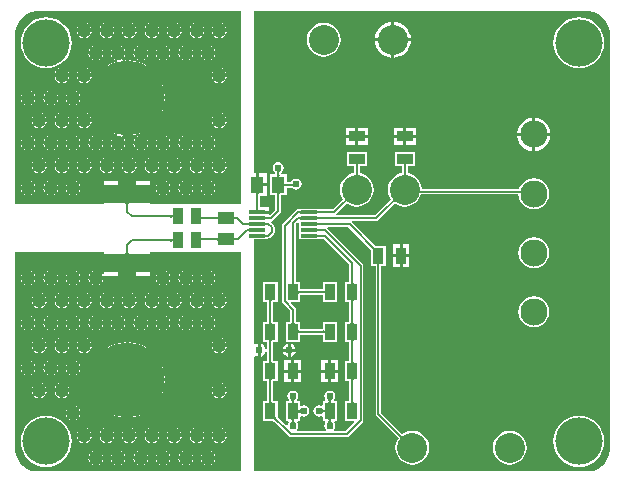
<source format=gtl>
G04*
G04 #@! TF.GenerationSoftware,Altium Limited,Altium Designer,20.1.7 (139)*
G04*
G04 Layer_Physical_Order=1*
G04 Layer_Color=255*
%FSAX25Y25*%
%MOIN*%
G70*
G04*
G04 #@! TF.SameCoordinates,E0FEAD2B-5758-45BC-B138-3864F7F5ABB7*
G04*
G04*
G04 #@! TF.FilePolarity,Positive*
G04*
G01*
G75*
%ADD13R,0.03622X0.05433*%
%ADD14R,0.05433X0.03622*%
%ADD15R,0.03740X0.05315*%
%ADD16R,0.05709X0.01181*%
%ADD17R,0.13465X0.06457*%
%ADD18R,0.04252X0.05591*%
%ADD19R,0.05591X0.04252*%
%ADD31C,0.00600*%
%ADD32C,0.00700*%
%ADD33C,0.15748*%
%ADD34C,0.09055*%
%ADD35C,0.10000*%
%ADD36C,0.25000*%
%ADD37C,0.02400*%
%ADD38C,0.05000*%
G36*
X0090614Y0102414D02*
X0090531Y0102316D01*
X0090457Y0102218D01*
X0090394Y0102118D01*
X0090340Y0102017D01*
X0090296Y0101916D01*
X0090261Y0101813D01*
X0090237Y0101710D01*
X0090222Y0101605D01*
X0090217Y0101499D01*
X0089517D01*
X0089512Y0101605D01*
X0089498Y0101710D01*
X0089473Y0101813D01*
X0089439Y0101916D01*
X0089395Y0102017D01*
X0089341Y0102118D01*
X0089277Y0102218D01*
X0089204Y0102316D01*
X0089120Y0102414D01*
X0089027Y0102510D01*
X0090707D01*
X0090614Y0102414D01*
D02*
G37*
G36*
X0090221Y0101000D02*
X0090231Y0100881D01*
X0090249Y0100776D01*
X0090273Y0100685D01*
X0090305Y0100608D01*
X0090343Y0100545D01*
X0090389Y0100496D01*
X0090441Y0100461D01*
X0090501Y0100440D01*
X0090567Y0100433D01*
X0089167D01*
X0089234Y0100440D01*
X0089293Y0100461D01*
X0089346Y0100496D01*
X0089391Y0100545D01*
X0089430Y0100608D01*
X0089461Y0100685D01*
X0089486Y0100776D01*
X0089503Y0100881D01*
X0089514Y0101000D01*
X0089517Y0101133D01*
X0090217D01*
X0090221Y0101000D01*
D02*
G37*
G36*
X0194914Y0155141D02*
X0196334Y0154553D01*
X0197612Y0153699D01*
X0198699Y0152612D01*
X0199553Y0151334D01*
X0200141Y0149914D01*
X0200441Y0148406D01*
Y0147638D01*
Y0009843D01*
Y0009074D01*
X0200141Y0007566D01*
X0199553Y0006146D01*
X0198699Y0004868D01*
X0197612Y0003781D01*
X0196334Y0002927D01*
X0194914Y0002339D01*
X0193406Y0002039D01*
X0081840D01*
Y0040362D01*
X0082340Y0040629D01*
X0082642Y0040428D01*
X0083000Y0040356D01*
Y0042500D01*
Y0044644D01*
X0082642Y0044572D01*
X0082340Y0044371D01*
X0081840Y0044638D01*
Y0079422D01*
X0085521D01*
X0085575Y0079391D01*
X0085620Y0079402D01*
X0085662Y0079385D01*
X0085753Y0079422D01*
X0086274D01*
Y0079648D01*
X0086363Y0079650D01*
X0086502Y0079711D01*
X0086720Y0079754D01*
X0087035Y0079964D01*
X0088335Y0081265D01*
X0088545Y0081579D01*
X0088619Y0081950D01*
Y0083450D01*
X0088545Y0083820D01*
X0088335Y0084135D01*
X0087419Y0085050D01*
X0087419Y0085170D01*
X0087593Y0085584D01*
X0087789Y0085623D01*
X0088103Y0085833D01*
X0090552Y0088282D01*
X0090762Y0088596D01*
X0090836Y0088967D01*
Y0094081D01*
X0090867Y0094150D01*
X0090869Y0094254D01*
X0092593D01*
Y0096681D01*
X0094424D01*
X0094527Y0096527D01*
X0095122Y0096129D01*
X0095825Y0095990D01*
X0096527Y0096129D01*
X0097123Y0096527D01*
X0097520Y0097123D01*
X0097660Y0097825D01*
X0097520Y0098527D01*
X0097123Y0099123D01*
X0096527Y0099520D01*
X0095825Y0099660D01*
X0095122Y0099520D01*
X0094527Y0099123D01*
X0094190Y0098618D01*
X0092593D01*
Y0101045D01*
X0091126D01*
X0090941Y0101347D01*
X0090870Y0101545D01*
X0090876Y0101590D01*
X0090887Y0101635D01*
X0090903Y0101683D01*
X0090925Y0101734D01*
X0090954Y0101789D01*
X0090992Y0101848D01*
X0091039Y0101911D01*
X0091095Y0101977D01*
X0091175Y0102060D01*
X0091198Y0102120D01*
X0091563Y0102665D01*
X0091703Y0103367D01*
X0091563Y0104070D01*
X0091165Y0104665D01*
X0090570Y0105063D01*
X0089867Y0105203D01*
X0089165Y0105063D01*
X0088570Y0104665D01*
X0088172Y0104070D01*
X0088032Y0103367D01*
X0088172Y0102665D01*
X0088536Y0102120D01*
X0088560Y0102060D01*
X0088639Y0101977D01*
X0088696Y0101911D01*
X0088743Y0101848D01*
X0088780Y0101789D01*
X0088810Y0101734D01*
X0088832Y0101683D01*
X0088848Y0101635D01*
X0088859Y0101590D01*
X0088865Y0101545D01*
X0088793Y0101347D01*
X0088608Y0101045D01*
X0087141D01*
Y0094254D01*
X0088865D01*
X0088868Y0094150D01*
X0088899Y0094081D01*
Y0089368D01*
X0087174Y0087644D01*
X0086674Y0087851D01*
Y0087987D01*
X0082820D01*
Y0088987D01*
X0086674D01*
Y0090077D01*
X0083789D01*
Y0093854D01*
X0085946D01*
Y0097150D01*
X0082820D01*
Y0097650D01*
X0082320D01*
Y0101445D01*
X0081840D01*
Y0155441D01*
X0193406D01*
X0194914Y0155141D01*
D02*
G37*
G36*
X0090501Y0094871D02*
X0090441Y0094850D01*
X0090389Y0094814D01*
X0090343Y0094765D01*
X0090305Y0094700D01*
X0090273Y0094622D01*
X0090249Y0094529D01*
X0090231Y0094423D01*
X0090221Y0094302D01*
X0090217Y0094166D01*
X0089517D01*
X0089514Y0094302D01*
X0089503Y0094423D01*
X0089486Y0094529D01*
X0089461Y0094622D01*
X0089430Y0094700D01*
X0089391Y0094765D01*
X0089346Y0094814D01*
X0089293Y0094850D01*
X0089234Y0094871D01*
X0089167Y0094878D01*
X0090567D01*
X0090501Y0094871D01*
D02*
G37*
G36*
X0083454D02*
X0083394Y0094850D01*
X0083342Y0094814D01*
X0083296Y0094765D01*
X0083258Y0094700D01*
X0083226Y0094622D01*
X0083202Y0094529D01*
X0083184Y0094423D01*
X0083174Y0094302D01*
X0083170Y0094166D01*
X0082470D01*
X0082467Y0094302D01*
X0082456Y0094423D01*
X0082439Y0094529D01*
X0082414Y0094622D01*
X0082383Y0094700D01*
X0082344Y0094765D01*
X0082299Y0094814D01*
X0082246Y0094850D01*
X0082187Y0094871D01*
X0082120Y0094878D01*
X0083520D01*
X0083454Y0094871D01*
D02*
G37*
G36*
X0077450Y0091050D02*
X0047182D01*
Y0091605D01*
X0039450D01*
X0031718D01*
Y0091050D01*
X0002039D01*
Y0147638D01*
Y0148406D01*
X0002339Y0149914D01*
X0002927Y0151334D01*
X0003781Y0152612D01*
X0004868Y0153699D01*
X0006146Y0154553D01*
X0007566Y0155141D01*
X0009074Y0155441D01*
X0077450D01*
Y0091050D01*
D02*
G37*
G36*
X0040084Y0091393D02*
X0040024Y0091372D01*
X0039972Y0091336D01*
X0039926Y0091286D01*
X0039887Y0091223D01*
X0039856Y0091144D01*
X0039832Y0091052D01*
X0039814Y0090945D01*
X0039803Y0090824D01*
X0039800Y0090689D01*
X0039100D01*
X0039097Y0090824D01*
X0039086Y0090945D01*
X0039068Y0091052D01*
X0039044Y0091144D01*
X0039013Y0091223D01*
X0038974Y0091286D01*
X0038928Y0091336D01*
X0038876Y0091372D01*
X0038816Y0091393D01*
X0038750Y0091400D01*
X0040150D01*
X0040084Y0091393D01*
D02*
G37*
G36*
X0083174Y0089630D02*
X0083184Y0089509D01*
X0083202Y0089402D01*
X0083226Y0089310D01*
X0083258Y0089231D01*
X0083296Y0089167D01*
X0083342Y0089117D01*
X0083394Y0089082D01*
X0083454Y0089060D01*
X0083520Y0089053D01*
X0082120D01*
X0082187Y0089060D01*
X0082246Y0089082D01*
X0082299Y0089117D01*
X0082344Y0089167D01*
X0082383Y0089231D01*
X0082414Y0089310D01*
X0082439Y0089402D01*
X0082456Y0089509D01*
X0082467Y0089630D01*
X0082470Y0089765D01*
X0083170D01*
X0083174Y0089630D01*
D02*
G37*
G36*
X0054521Y0086350D02*
X0054514Y0086416D01*
X0054493Y0086476D01*
X0054458Y0086528D01*
X0054409Y0086574D01*
X0054346Y0086612D01*
X0054269Y0086644D01*
X0054178Y0086668D01*
X0054073Y0086686D01*
X0053954Y0086696D01*
X0053821Y0086700D01*
Y0087400D01*
X0053954Y0087403D01*
X0054073Y0087414D01*
X0054178Y0087431D01*
X0054269Y0087456D01*
X0054346Y0087487D01*
X0054409Y0087526D01*
X0054458Y0087571D01*
X0054493Y0087624D01*
X0054514Y0087683D01*
X0054521Y0087750D01*
Y0086350D01*
D02*
G37*
G36*
X0085669Y0087053D02*
X0085690Y0087014D01*
X0085725Y0086980D01*
X0085774Y0086950D01*
X0085837Y0086925D01*
X0085914Y0086905D01*
X0086005Y0086889D01*
X0086110Y0086877D01*
X0086362Y0086868D01*
Y0086168D01*
X0086229Y0086166D01*
X0086005Y0086148D01*
X0085914Y0086132D01*
X0085837Y0086111D01*
X0085774Y0086086D01*
X0085725Y0086056D01*
X0085690Y0086022D01*
X0085669Y0085983D01*
X0085662Y0085940D01*
Y0087097D01*
X0085669Y0087053D01*
D02*
G37*
G36*
X0075260Y0087183D02*
X0075281Y0087124D01*
X0075317Y0087071D01*
X0075367Y0087026D01*
X0075431Y0086987D01*
X0075509Y0086956D01*
X0075602Y0086931D01*
X0075709Y0086914D01*
X0075829Y0086903D01*
X0075965Y0086900D01*
Y0086200D01*
X0075829Y0086196D01*
X0075709Y0086186D01*
X0075602Y0086168D01*
X0075509Y0086144D01*
X0075431Y0086112D01*
X0075367Y0086074D01*
X0075317Y0086028D01*
X0075281Y0085976D01*
X0075260Y0085916D01*
X0075253Y0085850D01*
Y0087250D01*
X0075260Y0087183D01*
D02*
G37*
G36*
X0069698Y0085850D02*
X0069691Y0085916D01*
X0069670Y0085976D01*
X0069635Y0086028D01*
X0069586Y0086074D01*
X0069523Y0086112D01*
X0069446Y0086144D01*
X0069355Y0086168D01*
X0069250Y0086186D01*
X0069131Y0086196D01*
X0068998Y0086200D01*
Y0086900D01*
X0069131Y0086903D01*
X0069250Y0086914D01*
X0069355Y0086931D01*
X0069446Y0086956D01*
X0069523Y0086987D01*
X0069586Y0087026D01*
X0069635Y0087071D01*
X0069670Y0087124D01*
X0069691Y0087183D01*
X0069698Y0087250D01*
Y0085850D01*
D02*
G37*
G36*
X0064335Y0087183D02*
X0064356Y0087124D01*
X0064392Y0087071D01*
X0064442Y0087026D01*
X0064506Y0086987D01*
X0064584Y0086956D01*
X0064676Y0086931D01*
X0064783Y0086914D01*
X0064904Y0086903D01*
X0065040Y0086900D01*
Y0086200D01*
X0064904Y0086196D01*
X0064783Y0086186D01*
X0064676Y0086168D01*
X0064584Y0086144D01*
X0064506Y0086112D01*
X0064442Y0086074D01*
X0064392Y0086028D01*
X0064356Y0085976D01*
X0064335Y0085916D01*
X0064328Y0085850D01*
Y0087250D01*
X0064335Y0087183D01*
D02*
G37*
G36*
X0085669Y0085085D02*
X0085690Y0085046D01*
X0085725Y0085012D01*
X0085774Y0084982D01*
X0085837Y0084957D01*
X0085914Y0084936D01*
X0086005Y0084920D01*
X0086110Y0084909D01*
X0086362Y0084900D01*
Y0084200D01*
X0086229Y0084197D01*
X0086005Y0084179D01*
X0085914Y0084163D01*
X0085837Y0084143D01*
X0085774Y0084117D01*
X0085725Y0084088D01*
X0085690Y0084053D01*
X0085669Y0084014D01*
X0085662Y0083971D01*
Y0085128D01*
X0085669Y0085085D01*
D02*
G37*
G36*
X0079978Y0083971D02*
X0079971Y0084014D01*
X0079950Y0084053D01*
X0079915Y0084088D01*
X0079866Y0084117D01*
X0079803Y0084143D01*
X0079726Y0084163D01*
X0079635Y0084179D01*
X0079530Y0084190D01*
X0079278Y0084200D01*
Y0084900D01*
X0079411Y0084902D01*
X0079635Y0084920D01*
X0079726Y0084936D01*
X0079803Y0084957D01*
X0079866Y0084982D01*
X0079915Y0085012D01*
X0079950Y0085046D01*
X0079971Y0085085D01*
X0079978Y0085128D01*
Y0083971D01*
D02*
G37*
G36*
X0079990Y0082116D02*
X0079985Y0082138D01*
X0079971Y0082158D01*
X0079947Y0082175D01*
X0079914Y0082190D01*
X0079871Y0082203D01*
X0079818Y0082213D01*
X0079756Y0082221D01*
X0079604Y0082230D01*
X0079513Y0082231D01*
Y0082931D01*
X0079604Y0082932D01*
X0079818Y0082950D01*
X0079871Y0082960D01*
X0079914Y0082973D01*
X0079947Y0082987D01*
X0079971Y0083005D01*
X0079985Y0083024D01*
X0079990Y0083046D01*
Y0082116D01*
D02*
G37*
G36*
X0085669Y0081155D02*
X0085690Y0081122D01*
X0085724Y0081093D01*
X0085772Y0081068D01*
X0085834Y0081047D01*
X0085910Y0081030D01*
X0085999Y0081017D01*
X0086102Y0081007D01*
X0086350Y0080999D01*
Y0080299D01*
X0086219Y0080297D01*
X0085999Y0080275D01*
X0085910Y0080257D01*
X0085834Y0080233D01*
X0085772Y0080204D01*
X0085724Y0080169D01*
X0085690Y0080130D01*
X0085669Y0080085D01*
X0085662Y0080034D01*
Y0081191D01*
X0085669Y0081155D01*
D02*
G37*
G36*
X0075260Y0080136D02*
X0075281Y0080076D01*
X0075317Y0080024D01*
X0075367Y0079978D01*
X0075431Y0079940D01*
X0075509Y0079908D01*
X0075602Y0079884D01*
X0075709Y0079866D01*
X0075829Y0079856D01*
X0075965Y0079852D01*
Y0079152D01*
X0075829Y0079149D01*
X0075709Y0079138D01*
X0075602Y0079121D01*
X0075509Y0079096D01*
X0075431Y0079065D01*
X0075367Y0079026D01*
X0075317Y0078981D01*
X0075281Y0078928D01*
X0075260Y0078869D01*
X0075253Y0078802D01*
Y0080202D01*
X0075260Y0080136D01*
D02*
G37*
G36*
X0069698Y0078802D02*
X0069691Y0078869D01*
X0069670Y0078928D01*
X0069635Y0078981D01*
X0069586Y0079026D01*
X0069523Y0079065D01*
X0069446Y0079096D01*
X0069355Y0079121D01*
X0069250Y0079138D01*
X0069131Y0079149D01*
X0068998Y0079152D01*
Y0079852D01*
X0069131Y0079856D01*
X0069250Y0079866D01*
X0069355Y0079884D01*
X0069446Y0079908D01*
X0069523Y0079940D01*
X0069586Y0079978D01*
X0069635Y0080024D01*
X0069670Y0080076D01*
X0069691Y0080136D01*
X0069698Y0080202D01*
Y0078802D01*
D02*
G37*
G36*
X0064335Y0080136D02*
X0064356Y0080076D01*
X0064392Y0080024D01*
X0064442Y0079978D01*
X0064506Y0079940D01*
X0064584Y0079908D01*
X0064676Y0079884D01*
X0064783Y0079866D01*
X0064904Y0079856D01*
X0065040Y0079852D01*
Y0079152D01*
X0064904Y0079149D01*
X0064783Y0079138D01*
X0064676Y0079121D01*
X0064584Y0079096D01*
X0064506Y0079065D01*
X0064442Y0079026D01*
X0064392Y0078981D01*
X0064356Y0078928D01*
X0064335Y0078869D01*
X0064328Y0078802D01*
Y0080202D01*
X0064335Y0080136D01*
D02*
G37*
G36*
X0054521Y0078350D02*
X0054514Y0078416D01*
X0054493Y0078476D01*
X0054458Y0078528D01*
X0054409Y0078574D01*
X0054346Y0078612D01*
X0054269Y0078644D01*
X0054178Y0078668D01*
X0054073Y0078686D01*
X0053954Y0078696D01*
X0053821Y0078700D01*
Y0079400D01*
X0053954Y0079403D01*
X0054073Y0079414D01*
X0054178Y0079431D01*
X0054269Y0079456D01*
X0054346Y0079487D01*
X0054409Y0079526D01*
X0054458Y0079571D01*
X0054493Y0079624D01*
X0054514Y0079683D01*
X0054521Y0079750D01*
Y0078350D01*
D02*
G37*
G36*
X0039803Y0075276D02*
X0039814Y0075155D01*
X0039832Y0075048D01*
X0039856Y0074955D01*
X0039887Y0074877D01*
X0039926Y0074813D01*
X0039972Y0074763D01*
X0040024Y0074727D01*
X0040084Y0074706D01*
X0040150Y0074699D01*
X0038750D01*
X0038816Y0074706D01*
X0038876Y0074727D01*
X0038928Y0074763D01*
X0038974Y0074813D01*
X0039013Y0074877D01*
X0039044Y0074955D01*
X0039068Y0075048D01*
X0039086Y0075155D01*
X0039097Y0075276D01*
X0039100Y0075411D01*
X0039800D01*
X0039803Y0075276D01*
D02*
G37*
G36*
X0031718Y0075050D02*
Y0074495D01*
X0039450D01*
X0047182D01*
Y0075050D01*
X0077450Y0075050D01*
Y0002039D01*
X0009074D01*
X0007566Y0002339D01*
X0006146Y0002927D01*
X0004868Y0003781D01*
X0003781Y0004868D01*
X0002927Y0006146D01*
X0002339Y0007566D01*
X0002039Y0009074D01*
Y0009843D01*
Y0075050D01*
X0031718Y0075050D01*
D02*
G37*
%LPC*%
G36*
X0128500Y0151980D02*
Y0146500D01*
X0133980D01*
X0133913Y0147176D01*
X0133570Y0148307D01*
X0133013Y0149349D01*
X0132263Y0150263D01*
X0131350Y0151013D01*
X0130307Y0151570D01*
X0129176Y0151913D01*
X0128500Y0151980D01*
D02*
G37*
G36*
X0127500D02*
X0126824Y0151913D01*
X0125693Y0151570D01*
X0124651Y0151013D01*
X0123737Y0150263D01*
X0122987Y0149349D01*
X0122430Y0148307D01*
X0122087Y0147176D01*
X0122020Y0146500D01*
X0127500D01*
Y0151980D01*
D02*
G37*
G36*
X0105000Y0151648D02*
X0103538Y0151456D01*
X0102176Y0150892D01*
X0101006Y0149994D01*
X0100108Y0148824D01*
X0099544Y0147462D01*
X0099352Y0146000D01*
X0099544Y0144538D01*
X0100108Y0143176D01*
X0101006Y0142006D01*
X0102176Y0141108D01*
X0103538Y0140544D01*
X0105000Y0140352D01*
X0106462Y0140544D01*
X0107824Y0141108D01*
X0108994Y0142006D01*
X0109892Y0143176D01*
X0110456Y0144538D01*
X0110648Y0146000D01*
X0110456Y0147462D01*
X0109892Y0148824D01*
X0108994Y0149994D01*
X0107824Y0150892D01*
X0106462Y0151456D01*
X0105000Y0151648D01*
D02*
G37*
G36*
X0133980Y0145500D02*
X0128500D01*
Y0140020D01*
X0129176Y0140087D01*
X0130307Y0140430D01*
X0131350Y0140987D01*
X0132263Y0141737D01*
X0133013Y0142650D01*
X0133570Y0143693D01*
X0133913Y0144824D01*
X0133980Y0145500D01*
D02*
G37*
G36*
X0127500D02*
X0122020D01*
X0122087Y0144824D01*
X0122430Y0143693D01*
X0122987Y0142650D01*
X0123737Y0141737D01*
X0124651Y0140987D01*
X0125693Y0140430D01*
X0126824Y0140087D01*
X0127500Y0140020D01*
Y0145500D01*
D02*
G37*
G36*
X0190000Y0153515D02*
X0188339Y0153351D01*
X0186741Y0152867D01*
X0185269Y0152080D01*
X0183979Y0151021D01*
X0182920Y0149731D01*
X0182133Y0148258D01*
X0181649Y0146661D01*
X0181485Y0145000D01*
X0181649Y0143339D01*
X0182133Y0141742D01*
X0182920Y0140269D01*
X0183979Y0138979D01*
X0185269Y0137920D01*
X0186741Y0137133D01*
X0188339Y0136649D01*
X0190000Y0136485D01*
X0191661Y0136649D01*
X0193259Y0137133D01*
X0194731Y0137920D01*
X0196021Y0138979D01*
X0197080Y0140269D01*
X0197867Y0141742D01*
X0198351Y0143339D01*
X0198515Y0145000D01*
X0198351Y0146661D01*
X0197867Y0148258D01*
X0197080Y0149731D01*
X0196021Y0151021D01*
X0194731Y0152080D01*
X0193259Y0152867D01*
X0191661Y0153351D01*
X0190000Y0153515D01*
D02*
G37*
G36*
X0175500Y0119879D02*
Y0114870D01*
X0180509D01*
X0180385Y0115813D01*
X0179828Y0117158D01*
X0178942Y0118312D01*
X0177788Y0119198D01*
X0176443Y0119755D01*
X0175500Y0119879D01*
D02*
G37*
G36*
X0174500Y0119879D02*
X0173557Y0119755D01*
X0172212Y0119198D01*
X0171058Y0118312D01*
X0170172Y0117158D01*
X0169615Y0115813D01*
X0169491Y0114870D01*
X0174500D01*
Y0119879D01*
D02*
G37*
G36*
X0135716Y0116571D02*
X0132500D01*
Y0114260D01*
X0135716D01*
Y0116571D01*
D02*
G37*
G36*
X0131500D02*
X0128284D01*
Y0114260D01*
X0131500D01*
Y0116571D01*
D02*
G37*
G36*
X0119717D02*
X0116500D01*
Y0114260D01*
X0119717D01*
Y0116571D01*
D02*
G37*
G36*
X0115500D02*
X0112284D01*
Y0114260D01*
X0115500D01*
Y0116571D01*
D02*
G37*
G36*
X0135716Y0113260D02*
X0132500D01*
Y0110949D01*
X0135716D01*
Y0113260D01*
D02*
G37*
G36*
X0131500D02*
X0128284D01*
Y0110949D01*
X0131500D01*
Y0113260D01*
D02*
G37*
G36*
X0119717Y0113260D02*
X0116500D01*
Y0110949D01*
X0119717D01*
Y0113260D01*
D02*
G37*
G36*
X0115500D02*
X0112284D01*
Y0110949D01*
X0115500D01*
Y0113260D01*
D02*
G37*
G36*
X0180509Y0113870D02*
X0175500D01*
Y0108861D01*
X0176443Y0108985D01*
X0177788Y0109542D01*
X0178942Y0110428D01*
X0179828Y0111582D01*
X0180385Y0112927D01*
X0180509Y0113870D01*
D02*
G37*
G36*
X0174500D02*
X0169491D01*
X0169615Y0112927D01*
X0170172Y0111582D01*
X0171058Y0110428D01*
X0172212Y0109542D01*
X0173557Y0108985D01*
X0174500Y0108861D01*
Y0113870D01*
D02*
G37*
G36*
X0085946Y0101445D02*
X0083320D01*
Y0098150D01*
X0085946D01*
Y0101445D01*
D02*
G37*
G36*
X0135317Y0108651D02*
X0128683D01*
Y0103829D01*
X0131082D01*
Y0101528D01*
X0130538Y0101456D01*
X0129176Y0100892D01*
X0128006Y0099994D01*
X0127108Y0098824D01*
X0126544Y0097462D01*
X0126352Y0096000D01*
X0126544Y0094538D01*
X0127108Y0093176D01*
X0127443Y0092740D01*
X0122138Y0087436D01*
X0109423D01*
X0109340Y0087551D01*
X0109233Y0087936D01*
X0112740Y0091443D01*
X0113176Y0091108D01*
X0114538Y0090544D01*
X0116000Y0090352D01*
X0117462Y0090544D01*
X0118824Y0091108D01*
X0119994Y0092006D01*
X0120892Y0093176D01*
X0121456Y0094538D01*
X0121648Y0096000D01*
X0121456Y0097462D01*
X0120892Y0098824D01*
X0119994Y0099994D01*
X0118824Y0100892D01*
X0117462Y0101456D01*
X0116918Y0101528D01*
Y0103829D01*
X0119316D01*
Y0108651D01*
X0112683D01*
Y0103829D01*
X0115082D01*
Y0101528D01*
X0114538Y0101456D01*
X0113176Y0100892D01*
X0112006Y0099994D01*
X0111108Y0098824D01*
X0110544Y0097462D01*
X0110352Y0096000D01*
X0110544Y0094538D01*
X0111108Y0093176D01*
X0111443Y0092740D01*
X0108107Y0089404D01*
X0103597D01*
Y0089677D01*
X0097451D01*
X0097404Y0089706D01*
X0097351Y0089694D01*
X0097301Y0089715D01*
X0097210Y0089677D01*
X0096689D01*
Y0089488D01*
X0096589Y0089486D01*
X0096519Y0089455D01*
X0096404D01*
X0096033Y0089382D01*
X0095719Y0089172D01*
X0091264Y0084717D01*
X0091054Y0084403D01*
X0090980Y0084032D01*
Y0058773D01*
X0091054Y0058403D01*
X0091264Y0058088D01*
X0093742Y0055611D01*
Y0052151D01*
X0093711Y0052082D01*
X0093708Y0051978D01*
X0092299D01*
Y0045345D01*
X0097121D01*
Y0047659D01*
X0097226Y0047662D01*
X0097295Y0047692D01*
X0104406D01*
X0104475Y0047662D01*
X0104579Y0047659D01*
Y0045345D01*
X0109402D01*
Y0051978D01*
X0104579D01*
Y0049663D01*
X0104475Y0049660D01*
X0104406Y0049630D01*
X0097295D01*
X0097226Y0049660D01*
X0097121Y0049663D01*
Y0051978D01*
X0095712D01*
X0095709Y0052082D01*
X0095679Y0052151D01*
Y0056012D01*
X0095605Y0056383D01*
X0095395Y0056697D01*
X0093987Y0058105D01*
X0094179Y0058567D01*
X0097121D01*
Y0060881D01*
X0097226Y0060884D01*
X0097295Y0060915D01*
X0104406D01*
X0104475Y0060884D01*
X0104579Y0060881D01*
Y0058567D01*
X0109402D01*
Y0065200D01*
X0104579D01*
Y0062885D01*
X0104475Y0062883D01*
X0104406Y0062852D01*
X0097295D01*
X0097226Y0062883D01*
X0097121Y0062885D01*
Y0065200D01*
X0095712D01*
X0095709Y0065305D01*
X0095679Y0065373D01*
Y0084553D01*
X0096189Y0085063D01*
X0096689Y0084856D01*
Y0079422D01*
X0102835D01*
X0102882Y0079393D01*
X0102935Y0079405D01*
X0102985Y0079385D01*
X0103076Y0079422D01*
X0103597D01*
Y0079612D01*
X0103697Y0079613D01*
X0103767Y0079644D01*
X0104986D01*
X0113542Y0071089D01*
Y0065374D01*
X0113511Y0065305D01*
X0113508Y0065200D01*
X0112099D01*
Y0058567D01*
X0113508D01*
X0113511Y0058462D01*
X0113542Y0058393D01*
Y0052152D01*
X0113511Y0052083D01*
X0113508Y0051978D01*
X0112099D01*
Y0045345D01*
X0113508D01*
X0113511Y0045240D01*
X0113542Y0045171D01*
Y0038929D01*
X0113511Y0038860D01*
X0113508Y0038755D01*
X0112099D01*
Y0032122D01*
X0113508D01*
X0113511Y0032018D01*
X0113542Y0031949D01*
Y0025707D01*
X0113511Y0025638D01*
X0113508Y0025533D01*
X0112099D01*
Y0018900D01*
X0115042D01*
X0115233Y0018438D01*
X0112263Y0015469D01*
X0108399D01*
X0108247Y0015969D01*
X0108298Y0016002D01*
X0108696Y0016598D01*
X0108835Y0017300D01*
X0108696Y0018002D01*
X0108430Y0018400D01*
X0108610Y0018840D01*
X0108689Y0018900D01*
X0109402D01*
Y0025533D01*
X0108702D01*
X0108691Y0025540D01*
X0108676Y0025554D01*
X0108452Y0026033D01*
X0108696Y0026398D01*
X0108835Y0027100D01*
X0108696Y0027802D01*
X0108298Y0028398D01*
X0107702Y0028796D01*
X0107000Y0028935D01*
X0106298Y0028796D01*
X0105702Y0028398D01*
X0105304Y0027802D01*
X0105165Y0027100D01*
X0105304Y0026398D01*
X0105548Y0026033D01*
X0105324Y0025554D01*
X0105309Y0025540D01*
X0105298Y0025533D01*
X0104579D01*
Y0024152D01*
X0104168Y0023894D01*
X0104079Y0023900D01*
X0103400Y0024035D01*
X0102698Y0023896D01*
X0102102Y0023498D01*
X0101704Y0022902D01*
X0101565Y0022200D01*
X0101704Y0021498D01*
X0102102Y0020902D01*
X0102698Y0020504D01*
X0103400Y0020365D01*
X0104079Y0020500D01*
X0104168Y0020506D01*
X0104579Y0020248D01*
Y0018900D01*
X0105311D01*
X0105389Y0018840D01*
X0105570Y0018400D01*
X0105304Y0018002D01*
X0105165Y0017300D01*
X0105304Y0016598D01*
X0105702Y0016002D01*
X0105753Y0015969D01*
X0105601Y0015469D01*
X0096099D01*
X0095947Y0015969D01*
X0095998Y0016002D01*
X0096396Y0016598D01*
X0096535Y0017300D01*
X0096396Y0018002D01*
X0096130Y0018400D01*
X0096311Y0018840D01*
X0096389Y0018900D01*
X0097121D01*
Y0020248D01*
X0097533Y0020505D01*
X0097621Y0020500D01*
X0098300Y0020365D01*
X0099002Y0020504D01*
X0099598Y0020902D01*
X0099996Y0021498D01*
X0100135Y0022200D01*
X0099996Y0022902D01*
X0099598Y0023498D01*
X0099002Y0023896D01*
X0098300Y0024035D01*
X0097621Y0023900D01*
X0097533Y0023895D01*
X0097121Y0024152D01*
Y0025533D01*
X0096402D01*
X0096391Y0025540D01*
X0096376Y0025554D01*
X0096152Y0026033D01*
X0096396Y0026398D01*
X0096535Y0027100D01*
X0096396Y0027802D01*
X0095998Y0028398D01*
X0095402Y0028796D01*
X0094700Y0028935D01*
X0093998Y0028796D01*
X0093402Y0028398D01*
X0093004Y0027802D01*
X0092865Y0027100D01*
X0093004Y0026398D01*
X0093248Y0026033D01*
X0093024Y0025554D01*
X0093009Y0025540D01*
X0092998Y0025533D01*
X0092299D01*
Y0018900D01*
X0093011D01*
X0093089Y0018840D01*
X0093270Y0018400D01*
X0093004Y0018002D01*
X0092933Y0017645D01*
X0092391Y0017481D01*
X0089986Y0019886D01*
X0089960Y0019954D01*
X0089719Y0020214D01*
X0089649Y0020302D01*
X0089601Y0020370D01*
Y0020412D01*
X0089639Y0020502D01*
X0089618Y0020551D01*
X0089631Y0020603D01*
X0089601Y0020652D01*
Y0025533D01*
X0088192D01*
X0088190Y0025638D01*
X0088159Y0025707D01*
Y0031949D01*
X0088190Y0032017D01*
X0088192Y0032122D01*
X0089601D01*
Y0038755D01*
X0088192D01*
X0088190Y0038860D01*
X0088159Y0038929D01*
Y0045171D01*
X0088190Y0045239D01*
X0088192Y0045345D01*
X0089601D01*
Y0051978D01*
X0088192D01*
X0088190Y0052082D01*
X0088159Y0052151D01*
Y0058393D01*
X0088190Y0058462D01*
X0088192Y0058567D01*
X0089601D01*
Y0065200D01*
X0084780D01*
Y0058567D01*
X0086189D01*
X0086191Y0058462D01*
X0086222Y0058393D01*
Y0052151D01*
X0086191Y0052082D01*
X0086189Y0051978D01*
X0084780D01*
Y0045345D01*
X0086189D01*
X0086191Y0045239D01*
X0086222Y0045171D01*
Y0042656D01*
X0085722Y0042607D01*
X0085671Y0042861D01*
X0085572Y0043358D01*
X0085086Y0044086D01*
X0084358Y0044572D01*
X0084000Y0044644D01*
Y0042500D01*
Y0040356D01*
X0084358Y0040428D01*
X0085086Y0040914D01*
X0085572Y0041642D01*
X0085671Y0042139D01*
X0085722Y0042393D01*
X0086222Y0042344D01*
Y0038929D01*
X0086191Y0038860D01*
X0086189Y0038755D01*
X0084780D01*
Y0032122D01*
X0086189D01*
X0086191Y0032017D01*
X0086222Y0031949D01*
Y0025707D01*
X0086191Y0025638D01*
X0086189Y0025533D01*
X0084780D01*
Y0018900D01*
X0087850D01*
X0087898Y0018871D01*
X0087950Y0018883D01*
X0087999Y0018863D01*
X0088090Y0018900D01*
X0088132D01*
X0088193Y0018858D01*
X0088410Y0018674D01*
X0088538Y0018550D01*
X0088610Y0018522D01*
X0093317Y0013815D01*
X0093631Y0013605D01*
X0094002Y0013531D01*
X0112665D01*
X0113035Y0013605D01*
X0113349Y0013815D01*
X0117956Y0018422D01*
X0118166Y0018736D01*
X0118240Y0019107D01*
Y0070567D01*
X0118166Y0070938D01*
X0117956Y0071252D01*
X0106076Y0083132D01*
X0106266Y0083632D01*
X0113216D01*
X0120829Y0076019D01*
Y0070683D01*
X0122322D01*
Y0021260D01*
X0122392Y0020909D01*
X0122591Y0020611D01*
X0129943Y0013260D01*
X0129608Y0012824D01*
X0129044Y0011462D01*
X0128852Y0010000D01*
X0129044Y0008538D01*
X0129608Y0007176D01*
X0130506Y0006006D01*
X0131676Y0005108D01*
X0133038Y0004544D01*
X0134500Y0004352D01*
X0135962Y0004544D01*
X0137324Y0005108D01*
X0138494Y0006006D01*
X0139392Y0007176D01*
X0139956Y0008538D01*
X0140148Y0010000D01*
X0139956Y0011462D01*
X0139392Y0012824D01*
X0138494Y0013994D01*
X0137324Y0014892D01*
X0135962Y0015456D01*
X0134500Y0015648D01*
X0133038Y0015456D01*
X0131676Y0014892D01*
X0131240Y0014557D01*
X0124158Y0021640D01*
Y0070683D01*
X0125651D01*
Y0077316D01*
X0122127D01*
X0114343Y0085101D01*
X0114449Y0085485D01*
X0114532Y0085601D01*
X0122518D01*
X0122869Y0085670D01*
X0123167Y0085869D01*
X0128740Y0091443D01*
X0129176Y0091108D01*
X0130538Y0090544D01*
X0132000Y0090352D01*
X0133462Y0090544D01*
X0134824Y0091108D01*
X0135994Y0092006D01*
X0136892Y0093176D01*
X0137409Y0094425D01*
X0169862D01*
X0170004Y0093347D01*
X0170521Y0092099D01*
X0171343Y0091028D01*
X0172414Y0090206D01*
X0173661Y0089689D01*
X0175000Y0089513D01*
X0176339Y0089689D01*
X0177586Y0090206D01*
X0178657Y0091028D01*
X0179479Y0092099D01*
X0179996Y0093347D01*
X0180172Y0094685D01*
X0179996Y0096024D01*
X0179479Y0097271D01*
X0178657Y0098342D01*
X0177586Y0099164D01*
X0176339Y0099681D01*
X0175000Y0099857D01*
X0173661Y0099681D01*
X0172414Y0099164D01*
X0171343Y0098342D01*
X0170521Y0097271D01*
X0170102Y0096260D01*
X0137614D01*
X0137456Y0097462D01*
X0136892Y0098824D01*
X0135994Y0099994D01*
X0134824Y0100892D01*
X0133462Y0101456D01*
X0132918Y0101528D01*
Y0103829D01*
X0135317D01*
Y0108651D01*
D02*
G37*
G36*
X0133571Y0077716D02*
X0131260D01*
Y0074500D01*
X0133571D01*
Y0077716D01*
D02*
G37*
G36*
X0130260D02*
X0127949D01*
Y0074500D01*
X0130260D01*
Y0077716D01*
D02*
G37*
G36*
X0133571Y0073500D02*
X0131260D01*
Y0070284D01*
X0133571D01*
Y0073500D01*
D02*
G37*
G36*
X0130260D02*
X0127949D01*
Y0070284D01*
X0130260D01*
Y0073500D01*
D02*
G37*
G36*
X0175000Y0080172D02*
X0173661Y0079996D01*
X0172414Y0079479D01*
X0171343Y0078657D01*
X0170521Y0077586D01*
X0170004Y0076339D01*
X0169828Y0075000D01*
X0170004Y0073661D01*
X0170521Y0072414D01*
X0171343Y0071343D01*
X0172414Y0070521D01*
X0173661Y0070004D01*
X0175000Y0069828D01*
X0176339Y0070004D01*
X0177586Y0070521D01*
X0178657Y0071343D01*
X0179479Y0072414D01*
X0179996Y0073661D01*
X0180172Y0075000D01*
X0179996Y0076339D01*
X0179479Y0077586D01*
X0178657Y0078657D01*
X0177586Y0079479D01*
X0176339Y0079996D01*
X0175000Y0080172D01*
D02*
G37*
G36*
Y0060487D02*
X0173661Y0060311D01*
X0172414Y0059794D01*
X0171343Y0058972D01*
X0170521Y0057901D01*
X0170004Y0056653D01*
X0169828Y0055315D01*
X0170004Y0053976D01*
X0170521Y0052729D01*
X0171343Y0051658D01*
X0172414Y0050836D01*
X0173661Y0050319D01*
X0175000Y0050143D01*
X0176339Y0050319D01*
X0177586Y0050836D01*
X0178657Y0051658D01*
X0179479Y0052729D01*
X0179996Y0053976D01*
X0180172Y0055315D01*
X0179996Y0056653D01*
X0179479Y0057901D01*
X0178657Y0058972D01*
X0177586Y0059794D01*
X0176339Y0060311D01*
X0175000Y0060487D01*
D02*
G37*
G36*
X0094000Y0044644D02*
Y0043000D01*
X0095644D01*
X0095572Y0043358D01*
X0095086Y0044086D01*
X0094358Y0044572D01*
X0094000Y0044644D01*
D02*
G37*
G36*
X0093000D02*
X0092642Y0044572D01*
X0091914Y0044086D01*
X0091428Y0043358D01*
X0091356Y0043000D01*
X0093000D01*
Y0044644D01*
D02*
G37*
G36*
X0095644Y0042000D02*
X0094000D01*
Y0040356D01*
X0094358Y0040428D01*
X0095086Y0040914D01*
X0095572Y0041642D01*
X0095644Y0042000D01*
D02*
G37*
G36*
X0093000D02*
X0091356D01*
X0091428Y0041642D01*
X0091914Y0040914D01*
X0092642Y0040428D01*
X0093000Y0040356D01*
Y0042000D01*
D02*
G37*
G36*
X0109801Y0039155D02*
X0107491D01*
Y0035939D01*
X0109801D01*
Y0039155D01*
D02*
G37*
G36*
X0097521D02*
X0095210D01*
Y0035939D01*
X0097521D01*
Y0039155D01*
D02*
G37*
G36*
X0094210D02*
X0091899D01*
Y0035939D01*
X0094210D01*
Y0039155D01*
D02*
G37*
G36*
X0106491D02*
X0104180D01*
Y0035939D01*
X0106491D01*
Y0039155D01*
D02*
G37*
G36*
X0109801Y0034939D02*
X0107491D01*
Y0031722D01*
X0109801D01*
Y0034939D01*
D02*
G37*
G36*
X0106491D02*
X0104180D01*
Y0031722D01*
X0106491D01*
Y0034939D01*
D02*
G37*
G36*
X0097521D02*
X0095210D01*
Y0031722D01*
X0097521D01*
Y0034939D01*
D02*
G37*
G36*
X0094210D02*
X0091899D01*
Y0031722D01*
X0094210D01*
Y0034939D01*
D02*
G37*
G36*
X0167000Y0015648D02*
X0165538Y0015456D01*
X0164176Y0014892D01*
X0163006Y0013994D01*
X0162108Y0012824D01*
X0161544Y0011462D01*
X0161352Y0010000D01*
X0161544Y0008538D01*
X0162108Y0007176D01*
X0163006Y0006006D01*
X0164176Y0005108D01*
X0165538Y0004544D01*
X0167000Y0004352D01*
X0168462Y0004544D01*
X0169824Y0005108D01*
X0170994Y0006006D01*
X0171892Y0007176D01*
X0172456Y0008538D01*
X0172648Y0010000D01*
X0172456Y0011462D01*
X0171892Y0012824D01*
X0170994Y0013994D01*
X0169824Y0014892D01*
X0168462Y0015456D01*
X0167000Y0015648D01*
D02*
G37*
G36*
X0190000Y0020565D02*
X0188339Y0020401D01*
X0186741Y0019917D01*
X0185269Y0019130D01*
X0183979Y0018071D01*
X0182920Y0016780D01*
X0182133Y0015308D01*
X0181649Y0013711D01*
X0181485Y0012050D01*
X0181649Y0010389D01*
X0182133Y0008791D01*
X0182920Y0007319D01*
X0183979Y0006029D01*
X0185269Y0004970D01*
X0186741Y0004183D01*
X0188339Y0003698D01*
X0190000Y0003535D01*
X0191661Y0003698D01*
X0193259Y0004183D01*
X0194731Y0004970D01*
X0196021Y0006029D01*
X0197080Y0007319D01*
X0197867Y0008791D01*
X0198351Y0010389D01*
X0198515Y0012050D01*
X0198351Y0013711D01*
X0197867Y0015308D01*
X0197080Y0016780D01*
X0196021Y0018071D01*
X0194731Y0019130D01*
X0193259Y0019917D01*
X0191661Y0020401D01*
X0190000Y0020565D01*
D02*
G37*
%LPD*%
G36*
X0097301Y0087908D02*
X0097294Y0087952D01*
X0097273Y0087990D01*
X0097238Y0088025D01*
X0097189Y0088054D01*
X0097126Y0088080D01*
X0097049Y0088100D01*
X0096958Y0088116D01*
X0096853Y0088127D01*
X0096601Y0088137D01*
Y0088837D01*
X0096734Y0088839D01*
X0096958Y0088857D01*
X0097049Y0088873D01*
X0097126Y0088894D01*
X0097189Y0088919D01*
X0097238Y0088949D01*
X0097273Y0088983D01*
X0097294Y0089022D01*
X0097301Y0089065D01*
Y0087908D01*
D02*
G37*
G36*
Y0085940D02*
X0097294Y0085983D01*
X0097273Y0086022D01*
X0097238Y0086056D01*
X0097189Y0086086D01*
X0097126Y0086111D01*
X0097049Y0086132D01*
X0096958Y0086148D01*
X0096853Y0086159D01*
X0096601Y0086168D01*
Y0086868D01*
X0096734Y0086870D01*
X0096958Y0086889D01*
X0097049Y0086905D01*
X0097126Y0086925D01*
X0097189Y0086950D01*
X0097238Y0086980D01*
X0097273Y0087014D01*
X0097294Y0087053D01*
X0097301Y0087097D01*
Y0085940D01*
D02*
G37*
G36*
X0102992Y0083116D02*
X0103013Y0083077D01*
X0103048Y0083043D01*
X0103097Y0083013D01*
X0103160Y0082988D01*
X0103237Y0082968D01*
X0103328Y0082952D01*
X0103433Y0082940D01*
X0103685Y0082931D01*
Y0082231D01*
X0103552Y0082229D01*
X0103328Y0082211D01*
X0103237Y0082195D01*
X0103160Y0082174D01*
X0103097Y0082149D01*
X0103048Y0082119D01*
X0103013Y0082085D01*
X0102992Y0082046D01*
X0102985Y0082003D01*
Y0083160D01*
X0102992Y0083116D01*
D02*
G37*
G36*
Y0081148D02*
X0103013Y0081109D01*
X0103048Y0081075D01*
X0103097Y0081045D01*
X0103160Y0081020D01*
X0103237Y0080999D01*
X0103328Y0080983D01*
X0103433Y0080972D01*
X0103685Y0080963D01*
Y0080263D01*
X0103552Y0080260D01*
X0103328Y0080242D01*
X0103237Y0080226D01*
X0103160Y0080206D01*
X0103097Y0080180D01*
X0103048Y0080151D01*
X0103013Y0080116D01*
X0102992Y0080077D01*
X0102985Y0080034D01*
Y0081191D01*
X0102992Y0081148D01*
D02*
G37*
G36*
X0114864Y0065155D02*
X0114874Y0065036D01*
X0114892Y0064931D01*
X0114916Y0064840D01*
X0114948Y0064763D01*
X0114986Y0064700D01*
X0115032Y0064651D01*
X0115084Y0064616D01*
X0115144Y0064595D01*
X0115210Y0064588D01*
X0113810D01*
X0113877Y0064595D01*
X0113936Y0064616D01*
X0113989Y0064651D01*
X0114034Y0064700D01*
X0114073Y0064763D01*
X0114104Y0064840D01*
X0114129Y0064931D01*
X0114146Y0065036D01*
X0114157Y0065155D01*
X0114160Y0065288D01*
X0114860D01*
X0114864Y0065155D01*
D02*
G37*
G36*
X0095064Y0065153D02*
X0095074Y0065032D01*
X0095092Y0064925D01*
X0095116Y0064832D01*
X0095148Y0064754D01*
X0095186Y0064690D01*
X0095232Y0064640D01*
X0095284Y0064604D01*
X0095344Y0064583D01*
X0095410Y0064576D01*
X0094010D01*
X0094077Y0064583D01*
X0094136Y0064604D01*
X0094189Y0064640D01*
X0094234Y0064690D01*
X0094273Y0064754D01*
X0094304Y0064832D01*
X0094329Y0064925D01*
X0094346Y0065032D01*
X0094357Y0065153D01*
X0094360Y0065288D01*
X0095060D01*
X0095064Y0065153D01*
D02*
G37*
G36*
X0105203Y0061183D02*
X0105196Y0061250D01*
X0105175Y0061309D01*
X0105139Y0061362D01*
X0105089Y0061407D01*
X0105025Y0061446D01*
X0104947Y0061477D01*
X0104855Y0061502D01*
X0104748Y0061519D01*
X0104627Y0061530D01*
X0104491Y0061533D01*
Y0062233D01*
X0104627Y0062237D01*
X0104748Y0062247D01*
X0104855Y0062265D01*
X0104947Y0062289D01*
X0105025Y0062321D01*
X0105089Y0062359D01*
X0105139Y0062405D01*
X0105175Y0062457D01*
X0105196Y0062517D01*
X0105203Y0062583D01*
Y0061183D01*
D02*
G37*
G36*
X0096504Y0062517D02*
X0096526Y0062457D01*
X0096561Y0062405D01*
X0096611Y0062359D01*
X0096675Y0062321D01*
X0096754Y0062289D01*
X0096846Y0062265D01*
X0096953Y0062247D01*
X0097074Y0062237D01*
X0097209Y0062233D01*
Y0061533D01*
X0097074Y0061530D01*
X0096953Y0061519D01*
X0096846Y0061502D01*
X0096754Y0061477D01*
X0096675Y0061446D01*
X0096611Y0061407D01*
X0096561Y0061362D01*
X0096526Y0061309D01*
X0096504Y0061250D01*
X0096497Y0061183D01*
Y0062583D01*
X0096504Y0062517D01*
D02*
G37*
G36*
X0115144Y0059184D02*
X0115084Y0059162D01*
X0115032Y0059127D01*
X0114986Y0059077D01*
X0114948Y0059013D01*
X0114916Y0058934D01*
X0114892Y0058842D01*
X0114874Y0058735D01*
X0114864Y0058614D01*
X0114860Y0058479D01*
X0114160D01*
X0114157Y0058614D01*
X0114146Y0058735D01*
X0114129Y0058842D01*
X0114104Y0058934D01*
X0114073Y0059013D01*
X0114034Y0059077D01*
X0113989Y0059127D01*
X0113936Y0059162D01*
X0113877Y0059184D01*
X0113810Y0059191D01*
X0115210D01*
X0115144Y0059184D01*
D02*
G37*
G36*
X0087824Y0059172D02*
X0087765Y0059151D01*
X0087712Y0059116D01*
X0087666Y0059067D01*
X0087628Y0059004D01*
X0087596Y0058927D01*
X0087572Y0058836D01*
X0087555Y0058731D01*
X0087544Y0058612D01*
X0087541Y0058479D01*
X0086840D01*
X0086837Y0058612D01*
X0086826Y0058731D01*
X0086809Y0058836D01*
X0086784Y0058927D01*
X0086753Y0059004D01*
X0086715Y0059067D01*
X0086669Y0059116D01*
X0086616Y0059151D01*
X0086557Y0059172D01*
X0086490Y0059179D01*
X0087890D01*
X0087824Y0059172D01*
D02*
G37*
G36*
X0114864Y0051933D02*
X0114874Y0051814D01*
X0114892Y0051709D01*
X0114916Y0051618D01*
X0114948Y0051541D01*
X0114986Y0051478D01*
X0115032Y0051429D01*
X0115084Y0051394D01*
X0115144Y0051373D01*
X0115210Y0051366D01*
X0113810D01*
X0113877Y0051373D01*
X0113936Y0051394D01*
X0113989Y0051429D01*
X0114034Y0051478D01*
X0114073Y0051541D01*
X0114104Y0051618D01*
X0114129Y0051709D01*
X0114146Y0051814D01*
X0114157Y0051933D01*
X0114160Y0052066D01*
X0114860D01*
X0114864Y0051933D01*
D02*
G37*
G36*
X0095064Y0051930D02*
X0095074Y0051809D01*
X0095092Y0051702D01*
X0095116Y0051610D01*
X0095148Y0051532D01*
X0095186Y0051468D01*
X0095232Y0051418D01*
X0095284Y0051382D01*
X0095344Y0051361D01*
X0095410Y0051354D01*
X0094010D01*
X0094077Y0051361D01*
X0094136Y0051382D01*
X0094189Y0051418D01*
X0094234Y0051468D01*
X0094273Y0051532D01*
X0094304Y0051610D01*
X0094329Y0051702D01*
X0094346Y0051809D01*
X0094357Y0051930D01*
X0094360Y0052066D01*
X0095060D01*
X0095064Y0051930D01*
D02*
G37*
G36*
X0087544D02*
X0087555Y0051809D01*
X0087572Y0051702D01*
X0087596Y0051610D01*
X0087628Y0051532D01*
X0087666Y0051468D01*
X0087712Y0051418D01*
X0087765Y0051382D01*
X0087824Y0051361D01*
X0087890Y0051354D01*
X0086490D01*
X0086557Y0051361D01*
X0086616Y0051382D01*
X0086669Y0051418D01*
X0086715Y0051468D01*
X0086753Y0051532D01*
X0086784Y0051610D01*
X0086809Y0051702D01*
X0086826Y0051809D01*
X0086837Y0051930D01*
X0086840Y0052066D01*
X0087541D01*
X0087544Y0051930D01*
D02*
G37*
G36*
X0105203Y0047961D02*
X0105196Y0048028D01*
X0105175Y0048087D01*
X0105139Y0048140D01*
X0105089Y0048185D01*
X0105025Y0048224D01*
X0104947Y0048255D01*
X0104855Y0048280D01*
X0104748Y0048297D01*
X0104627Y0048308D01*
X0104491Y0048311D01*
Y0049011D01*
X0104627Y0049015D01*
X0104748Y0049025D01*
X0104855Y0049043D01*
X0104947Y0049067D01*
X0105025Y0049099D01*
X0105089Y0049137D01*
X0105139Y0049183D01*
X0105175Y0049235D01*
X0105196Y0049295D01*
X0105203Y0049361D01*
Y0047961D01*
D02*
G37*
G36*
X0096504Y0049295D02*
X0096526Y0049235D01*
X0096561Y0049183D01*
X0096611Y0049137D01*
X0096675Y0049099D01*
X0096754Y0049067D01*
X0096846Y0049043D01*
X0096953Y0049025D01*
X0097074Y0049015D01*
X0097209Y0049011D01*
Y0048311D01*
X0097074Y0048308D01*
X0096953Y0048297D01*
X0096846Y0048280D01*
X0096754Y0048255D01*
X0096675Y0048224D01*
X0096611Y0048185D01*
X0096561Y0048140D01*
X0096526Y0048087D01*
X0096504Y0048028D01*
X0096497Y0047961D01*
Y0049361D01*
X0096504Y0049295D01*
D02*
G37*
G36*
X0115144Y0045961D02*
X0115084Y0045940D01*
X0115032Y0045904D01*
X0114986Y0045855D01*
X0114948Y0045791D01*
X0114916Y0045712D01*
X0114892Y0045620D01*
X0114874Y0045513D01*
X0114864Y0045392D01*
X0114860Y0045257D01*
X0114160D01*
X0114157Y0045392D01*
X0114146Y0045513D01*
X0114129Y0045620D01*
X0114104Y0045712D01*
X0114073Y0045791D01*
X0114034Y0045855D01*
X0113989Y0045904D01*
X0113936Y0045940D01*
X0113877Y0045961D01*
X0113810Y0045969D01*
X0115210D01*
X0115144Y0045961D01*
D02*
G37*
G36*
X0087824Y0045950D02*
X0087765Y0045929D01*
X0087712Y0045894D01*
X0087666Y0045845D01*
X0087628Y0045782D01*
X0087596Y0045705D01*
X0087572Y0045614D01*
X0087555Y0045509D01*
X0087544Y0045390D01*
X0087541Y0045257D01*
X0086840D01*
X0086837Y0045390D01*
X0086826Y0045509D01*
X0086809Y0045614D01*
X0086784Y0045705D01*
X0086753Y0045782D01*
X0086715Y0045845D01*
X0086669Y0045894D01*
X0086616Y0045929D01*
X0086557Y0045950D01*
X0086490Y0045957D01*
X0087890D01*
X0087824Y0045950D01*
D02*
G37*
G36*
X0114864Y0038710D02*
X0114874Y0038591D01*
X0114892Y0038486D01*
X0114916Y0038395D01*
X0114948Y0038318D01*
X0114986Y0038255D01*
X0115032Y0038206D01*
X0115084Y0038171D01*
X0115144Y0038150D01*
X0115210Y0038143D01*
X0113810D01*
X0113877Y0038150D01*
X0113936Y0038171D01*
X0113989Y0038206D01*
X0114034Y0038255D01*
X0114073Y0038318D01*
X0114104Y0038395D01*
X0114129Y0038486D01*
X0114146Y0038591D01*
X0114157Y0038710D01*
X0114160Y0038843D01*
X0114860D01*
X0114864Y0038710D01*
D02*
G37*
G36*
X0087544Y0038708D02*
X0087555Y0038587D01*
X0087572Y0038480D01*
X0087596Y0038388D01*
X0087628Y0038309D01*
X0087666Y0038245D01*
X0087712Y0038195D01*
X0087765Y0038160D01*
X0087824Y0038138D01*
X0087890Y0038131D01*
X0086490D01*
X0086557Y0038138D01*
X0086616Y0038160D01*
X0086669Y0038195D01*
X0086715Y0038245D01*
X0086753Y0038309D01*
X0086784Y0038388D01*
X0086809Y0038480D01*
X0086826Y0038587D01*
X0086837Y0038708D01*
X0086840Y0038843D01*
X0087541D01*
X0087544Y0038708D01*
D02*
G37*
G36*
X0115144Y0032739D02*
X0115084Y0032718D01*
X0115032Y0032682D01*
X0114986Y0032632D01*
X0114948Y0032568D01*
X0114916Y0032490D01*
X0114892Y0032397D01*
X0114874Y0032291D01*
X0114864Y0032170D01*
X0114860Y0032034D01*
X0114160D01*
X0114157Y0032170D01*
X0114146Y0032291D01*
X0114129Y0032397D01*
X0114104Y0032490D01*
X0114073Y0032568D01*
X0114034Y0032632D01*
X0113989Y0032682D01*
X0113936Y0032718D01*
X0113877Y0032739D01*
X0113810Y0032746D01*
X0115210D01*
X0115144Y0032739D01*
D02*
G37*
G36*
X0087824Y0032727D02*
X0087765Y0032706D01*
X0087712Y0032671D01*
X0087666Y0032622D01*
X0087628Y0032559D01*
X0087596Y0032482D01*
X0087572Y0032391D01*
X0087555Y0032286D01*
X0087544Y0032167D01*
X0087541Y0032034D01*
X0086840D01*
X0086837Y0032167D01*
X0086826Y0032286D01*
X0086809Y0032391D01*
X0086784Y0032482D01*
X0086753Y0032559D01*
X0086715Y0032622D01*
X0086669Y0032671D01*
X0086616Y0032706D01*
X0086557Y0032727D01*
X0086490Y0032734D01*
X0087890D01*
X0087824Y0032727D01*
D02*
G37*
G36*
X0114864Y0025488D02*
X0114874Y0025369D01*
X0114892Y0025264D01*
X0114916Y0025173D01*
X0114948Y0025096D01*
X0114986Y0025033D01*
X0115032Y0024984D01*
X0115084Y0024949D01*
X0115144Y0024928D01*
X0115210Y0024921D01*
X0113810D01*
X0113877Y0024928D01*
X0113936Y0024949D01*
X0113989Y0024984D01*
X0114034Y0025033D01*
X0114073Y0025096D01*
X0114104Y0025173D01*
X0114129Y0025264D01*
X0114146Y0025369D01*
X0114157Y0025488D01*
X0114160Y0025621D01*
X0114860D01*
X0114864Y0025488D01*
D02*
G37*
G36*
X0107747Y0026147D02*
X0107664Y0026049D01*
X0107590Y0025950D01*
X0107526Y0025851D01*
X0107473Y0025750D01*
X0107428Y0025649D01*
X0107394Y0025546D01*
X0107370Y0025442D01*
X0107362Y0025390D01*
X0107364Y0025369D01*
X0107381Y0025264D01*
X0107406Y0025173D01*
X0107438Y0025096D01*
X0107476Y0025033D01*
X0107521Y0024984D01*
X0107574Y0024949D01*
X0107633Y0024928D01*
X0107700Y0024921D01*
X0106300D01*
X0106367Y0024928D01*
X0106426Y0024949D01*
X0106479Y0024984D01*
X0106524Y0025033D01*
X0106562Y0025096D01*
X0106594Y0025173D01*
X0106618Y0025264D01*
X0106636Y0025369D01*
X0106638Y0025390D01*
X0106630Y0025442D01*
X0106606Y0025546D01*
X0106572Y0025649D01*
X0106527Y0025750D01*
X0106474Y0025851D01*
X0106410Y0025950D01*
X0106336Y0026049D01*
X0106253Y0026147D01*
X0106160Y0026243D01*
X0107840D01*
X0107747Y0026147D01*
D02*
G37*
G36*
X0095447D02*
X0095364Y0026049D01*
X0095290Y0025950D01*
X0095226Y0025851D01*
X0095173Y0025750D01*
X0095128Y0025649D01*
X0095094Y0025546D01*
X0095070Y0025442D01*
X0095062Y0025388D01*
X0095064Y0025365D01*
X0095082Y0025258D01*
X0095106Y0025166D01*
X0095138Y0025087D01*
X0095176Y0025023D01*
X0095222Y0024973D01*
X0095274Y0024938D01*
X0095333Y0024916D01*
X0095400Y0024909D01*
X0094000D01*
X0094067Y0024916D01*
X0094126Y0024938D01*
X0094178Y0024973D01*
X0094224Y0025023D01*
X0094262Y0025087D01*
X0094294Y0025166D01*
X0094318Y0025258D01*
X0094336Y0025365D01*
X0094338Y0025388D01*
X0094330Y0025442D01*
X0094306Y0025546D01*
X0094272Y0025649D01*
X0094227Y0025750D01*
X0094174Y0025851D01*
X0094110Y0025950D01*
X0094036Y0026049D01*
X0093953Y0026147D01*
X0093860Y0026243D01*
X0095540D01*
X0095447Y0026147D01*
D02*
G37*
G36*
X0087544Y0025486D02*
X0087555Y0025365D01*
X0087572Y0025258D01*
X0087596Y0025166D01*
X0087628Y0025087D01*
X0087666Y0025023D01*
X0087712Y0024973D01*
X0087765Y0024938D01*
X0087824Y0024916D01*
X0087890Y0024909D01*
X0086490D01*
X0086557Y0024916D01*
X0086616Y0024938D01*
X0086669Y0024973D01*
X0086715Y0025023D01*
X0086753Y0025087D01*
X0086784Y0025166D01*
X0086809Y0025258D01*
X0086826Y0025365D01*
X0086837Y0025486D01*
X0086840Y0025621D01*
X0087541D01*
X0087544Y0025486D01*
D02*
G37*
G36*
X0097443Y0021360D02*
X0097347Y0021453D01*
X0097249Y0021536D01*
X0097150Y0021610D01*
X0097051Y0021674D01*
X0096950Y0021727D01*
X0096849Y0021772D01*
X0096769Y0021798D01*
X0096754Y0021794D01*
X0096675Y0021763D01*
X0096611Y0021724D01*
X0096561Y0021678D01*
X0096526Y0021626D01*
X0096504Y0021566D01*
X0096497Y0021500D01*
Y0021847D01*
X0096432Y0021850D01*
Y0022550D01*
X0096497Y0022553D01*
Y0022900D01*
X0096504Y0022833D01*
X0096526Y0022774D01*
X0096561Y0022722D01*
X0096611Y0022676D01*
X0096675Y0022637D01*
X0096754Y0022606D01*
X0096769Y0022602D01*
X0096849Y0022628D01*
X0096950Y0022672D01*
X0097051Y0022726D01*
X0097150Y0022790D01*
X0097249Y0022864D01*
X0097347Y0022947D01*
X0097443Y0023040D01*
Y0021360D01*
D02*
G37*
G36*
X0104353Y0022947D02*
X0104451Y0022864D01*
X0104550Y0022790D01*
X0104649Y0022726D01*
X0104750Y0022672D01*
X0104851Y0022628D01*
X0104931Y0022602D01*
X0104947Y0022606D01*
X0105025Y0022637D01*
X0105089Y0022676D01*
X0105139Y0022722D01*
X0105175Y0022774D01*
X0105196Y0022833D01*
X0105203Y0022900D01*
Y0022553D01*
X0105268Y0022550D01*
Y0021850D01*
X0105203Y0021847D01*
Y0021500D01*
X0105196Y0021566D01*
X0105175Y0021626D01*
X0105139Y0021678D01*
X0105089Y0021724D01*
X0105025Y0021763D01*
X0104947Y0021794D01*
X0104931Y0021798D01*
X0104851Y0021772D01*
X0104750Y0021727D01*
X0104649Y0021674D01*
X0104550Y0021610D01*
X0104451Y0021536D01*
X0104353Y0021453D01*
X0104257Y0021360D01*
Y0023040D01*
X0104353Y0022947D01*
D02*
G37*
G36*
X0088950Y0020448D02*
X0088930Y0020383D01*
Y0020309D01*
X0088950Y0020225D01*
X0088990Y0020131D01*
X0089049Y0020027D01*
X0089128Y0019913D01*
X0089227Y0019789D01*
X0089485Y0019512D01*
X0088990Y0019017D01*
X0088846Y0019156D01*
X0088589Y0019374D01*
X0088475Y0019453D01*
X0088371Y0019512D01*
X0088277Y0019552D01*
X0088193Y0019571D01*
X0088118D01*
X0088054Y0019552D01*
X0087999Y0019512D01*
X0088990Y0020502D01*
X0088950Y0020448D01*
D02*
G37*
G36*
X0107633Y0019517D02*
X0107574Y0019496D01*
X0107521Y0019460D01*
X0107476Y0019410D01*
X0107438Y0019346D01*
X0107406Y0019268D01*
X0107381Y0019175D01*
X0107364Y0019069D01*
X0107360Y0019025D01*
X0107370Y0018958D01*
X0107394Y0018854D01*
X0107428Y0018751D01*
X0107473Y0018650D01*
X0107526Y0018549D01*
X0107590Y0018450D01*
X0107664Y0018351D01*
X0107747Y0018253D01*
X0107840Y0018157D01*
X0106160D01*
X0106253Y0018253D01*
X0106336Y0018351D01*
X0106410Y0018450D01*
X0106474Y0018549D01*
X0106527Y0018650D01*
X0106572Y0018751D01*
X0106606Y0018854D01*
X0106630Y0018958D01*
X0106640Y0019025D01*
X0106636Y0019069D01*
X0106618Y0019175D01*
X0106594Y0019268D01*
X0106562Y0019346D01*
X0106524Y0019410D01*
X0106479Y0019460D01*
X0106426Y0019496D01*
X0106367Y0019517D01*
X0106300Y0019524D01*
X0107700D01*
X0107633Y0019517D01*
D02*
G37*
G36*
X0095333Y0019505D02*
X0095274Y0019484D01*
X0095222Y0019449D01*
X0095176Y0019400D01*
X0095138Y0019337D01*
X0095106Y0019260D01*
X0095082Y0019169D01*
X0095064Y0019064D01*
X0095060Y0019023D01*
X0095070Y0018958D01*
X0095094Y0018854D01*
X0095128Y0018751D01*
X0095173Y0018650D01*
X0095226Y0018549D01*
X0095290Y0018450D01*
X0095364Y0018351D01*
X0095447Y0018253D01*
X0095540Y0018157D01*
X0093860D01*
X0093953Y0018253D01*
X0094036Y0018351D01*
X0094110Y0018450D01*
X0094174Y0018549D01*
X0094227Y0018650D01*
X0094272Y0018751D01*
X0094306Y0018854D01*
X0094330Y0018958D01*
X0094340Y0019023D01*
X0094336Y0019064D01*
X0094318Y0019169D01*
X0094294Y0019260D01*
X0094262Y0019337D01*
X0094224Y0019400D01*
X0094178Y0019449D01*
X0094126Y0019484D01*
X0094067Y0019505D01*
X0094000Y0019512D01*
X0095400D01*
X0095333Y0019505D01*
D02*
G37*
%LPC*%
G36*
X0070700Y0151499D02*
Y0149550D01*
X0072650D01*
X0072555Y0150025D01*
X0072002Y0150852D01*
X0071175Y0151405D01*
X0070700Y0151499D01*
D02*
G37*
G36*
X0069700D02*
X0069225Y0151405D01*
X0068398Y0150852D01*
X0067845Y0150025D01*
X0067751Y0149550D01*
X0069700D01*
Y0151499D01*
D02*
G37*
G36*
X0063200D02*
Y0149550D01*
X0065149D01*
X0065055Y0150025D01*
X0064502Y0150852D01*
X0063675Y0151405D01*
X0063200Y0151499D01*
D02*
G37*
G36*
X0062200D02*
X0061725Y0151405D01*
X0060898Y0150852D01*
X0060345Y0150025D01*
X0060251Y0149550D01*
X0062200D01*
Y0151499D01*
D02*
G37*
G36*
X0055700D02*
Y0149550D01*
X0057649D01*
X0057555Y0150025D01*
X0057002Y0150852D01*
X0056176Y0151405D01*
X0055700Y0151499D01*
D02*
G37*
G36*
X0054700D02*
X0054225Y0151405D01*
X0053398Y0150852D01*
X0052845Y0150025D01*
X0052750Y0149550D01*
X0054700D01*
Y0151499D01*
D02*
G37*
G36*
X0048200D02*
Y0149550D01*
X0050150D01*
X0050055Y0150025D01*
X0049502Y0150852D01*
X0048676Y0151405D01*
X0048200Y0151499D01*
D02*
G37*
G36*
X0047200D02*
X0046725Y0151405D01*
X0045898Y0150852D01*
X0045345Y0150025D01*
X0045250Y0149550D01*
X0047200D01*
Y0151499D01*
D02*
G37*
G36*
X0040700D02*
Y0149550D01*
X0042649D01*
X0042555Y0150025D01*
X0042002Y0150852D01*
X0041175Y0151405D01*
X0040700Y0151499D01*
D02*
G37*
G36*
X0039700D02*
X0039225Y0151405D01*
X0038398Y0150852D01*
X0037845Y0150025D01*
X0037751Y0149550D01*
X0039700D01*
Y0151499D01*
D02*
G37*
G36*
X0033200D02*
Y0149550D01*
X0035149D01*
X0035055Y0150025D01*
X0034502Y0150852D01*
X0033676Y0151405D01*
X0033200Y0151499D01*
D02*
G37*
G36*
X0032200D02*
X0031725Y0151405D01*
X0030898Y0150852D01*
X0030345Y0150025D01*
X0030250Y0149550D01*
X0032200D01*
Y0151499D01*
D02*
G37*
G36*
X0025700D02*
Y0149550D01*
X0027650D01*
X0027555Y0150025D01*
X0027002Y0150852D01*
X0026175Y0151405D01*
X0025700Y0151499D01*
D02*
G37*
G36*
X0024700D02*
X0024225Y0151405D01*
X0023398Y0150852D01*
X0022845Y0150025D01*
X0022750Y0149550D01*
X0024700D01*
Y0151499D01*
D02*
G37*
G36*
X0072650Y0148550D02*
X0070700D01*
Y0146600D01*
X0071175Y0146695D01*
X0072002Y0147247D01*
X0072555Y0148074D01*
X0072650Y0148550D01*
D02*
G37*
G36*
X0069700D02*
X0067751D01*
X0067845Y0148074D01*
X0068398Y0147247D01*
X0069225Y0146695D01*
X0069700Y0146600D01*
Y0148550D01*
D02*
G37*
G36*
X0065149D02*
X0063200D01*
Y0146600D01*
X0063675Y0146695D01*
X0064502Y0147247D01*
X0065055Y0148074D01*
X0065149Y0148550D01*
D02*
G37*
G36*
X0062200D02*
X0060251D01*
X0060345Y0148074D01*
X0060898Y0147247D01*
X0061725Y0146695D01*
X0062200Y0146600D01*
Y0148550D01*
D02*
G37*
G36*
X0057649D02*
X0055700D01*
Y0146600D01*
X0056176Y0146695D01*
X0057002Y0147247D01*
X0057555Y0148074D01*
X0057649Y0148550D01*
D02*
G37*
G36*
X0054700D02*
X0052750D01*
X0052845Y0148074D01*
X0053398Y0147247D01*
X0054225Y0146695D01*
X0054700Y0146600D01*
Y0148550D01*
D02*
G37*
G36*
X0050150D02*
X0048200D01*
Y0146600D01*
X0048676Y0146695D01*
X0049502Y0147247D01*
X0050055Y0148074D01*
X0050150Y0148550D01*
D02*
G37*
G36*
X0047200D02*
X0045250D01*
X0045345Y0148074D01*
X0045898Y0147247D01*
X0046725Y0146695D01*
X0047200Y0146600D01*
Y0148550D01*
D02*
G37*
G36*
X0042649D02*
X0040700D01*
Y0146600D01*
X0041175Y0146695D01*
X0042002Y0147247D01*
X0042555Y0148074D01*
X0042649Y0148550D01*
D02*
G37*
G36*
X0039700D02*
X0037751D01*
X0037845Y0148074D01*
X0038398Y0147247D01*
X0039225Y0146695D01*
X0039700Y0146600D01*
Y0148550D01*
D02*
G37*
G36*
X0035149D02*
X0033200D01*
Y0146600D01*
X0033676Y0146695D01*
X0034502Y0147247D01*
X0035055Y0148074D01*
X0035149Y0148550D01*
D02*
G37*
G36*
X0032200D02*
X0030250D01*
X0030345Y0148074D01*
X0030898Y0147247D01*
X0031725Y0146695D01*
X0032200Y0146600D01*
Y0148550D01*
D02*
G37*
G36*
X0027650D02*
X0025700D01*
Y0146600D01*
X0026175Y0146695D01*
X0027002Y0147247D01*
X0027555Y0148074D01*
X0027650Y0148550D01*
D02*
G37*
G36*
X0024700D02*
X0022750D01*
X0022845Y0148074D01*
X0023398Y0147247D01*
X0024225Y0146695D01*
X0024700Y0146600D01*
Y0148550D01*
D02*
G37*
G36*
X0066950Y0143999D02*
Y0142050D01*
X0068900D01*
X0068805Y0142525D01*
X0068252Y0143352D01*
X0067426Y0143905D01*
X0066950Y0143999D01*
D02*
G37*
G36*
X0065950D02*
X0065475Y0143905D01*
X0064648Y0143352D01*
X0064095Y0142525D01*
X0064000Y0142050D01*
X0065950D01*
Y0143999D01*
D02*
G37*
G36*
X0059450D02*
Y0142050D01*
X0061400D01*
X0061305Y0142525D01*
X0060752Y0143352D01*
X0059926Y0143905D01*
X0059450Y0143999D01*
D02*
G37*
G36*
X0058450D02*
X0057975Y0143905D01*
X0057148Y0143352D01*
X0056595Y0142525D01*
X0056501Y0142050D01*
X0058450D01*
Y0143999D01*
D02*
G37*
G36*
X0051950D02*
Y0142050D01*
X0053900D01*
X0053805Y0142525D01*
X0053252Y0143352D01*
X0052425Y0143905D01*
X0051950Y0143999D01*
D02*
G37*
G36*
X0050950D02*
X0050475Y0143905D01*
X0049648Y0143352D01*
X0049095Y0142525D01*
X0049000Y0142050D01*
X0050950D01*
Y0143999D01*
D02*
G37*
G36*
X0044450D02*
Y0142050D01*
X0046400D01*
X0046305Y0142525D01*
X0045752Y0143352D01*
X0044925Y0143905D01*
X0044450Y0143999D01*
D02*
G37*
G36*
X0043450D02*
X0042975Y0143905D01*
X0042148Y0143352D01*
X0041595Y0142525D01*
X0041500Y0142050D01*
X0043450D01*
Y0143999D01*
D02*
G37*
G36*
X0036950D02*
Y0142050D01*
X0038899D01*
X0038805Y0142525D01*
X0038252Y0143352D01*
X0037426Y0143905D01*
X0036950Y0143999D01*
D02*
G37*
G36*
X0035950D02*
X0035475Y0143905D01*
X0034648Y0143352D01*
X0034095Y0142525D01*
X0034001Y0142050D01*
X0035950D01*
Y0143999D01*
D02*
G37*
G36*
X0029450D02*
Y0142050D01*
X0031400D01*
X0031305Y0142525D01*
X0030752Y0143352D01*
X0029926Y0143905D01*
X0029450Y0143999D01*
D02*
G37*
G36*
X0028450D02*
X0027975Y0143905D01*
X0027148Y0143352D01*
X0026595Y0142525D01*
X0026500Y0142050D01*
X0028450D01*
Y0143999D01*
D02*
G37*
G36*
X0068900Y0141050D02*
X0066950D01*
Y0139100D01*
X0067426Y0139195D01*
X0068252Y0139747D01*
X0068805Y0140574D01*
X0068900Y0141050D01*
D02*
G37*
G36*
X0065950D02*
X0064000D01*
X0064095Y0140574D01*
X0064648Y0139747D01*
X0065475Y0139195D01*
X0065950Y0139100D01*
Y0141050D01*
D02*
G37*
G36*
X0061400D02*
X0059450D01*
Y0139100D01*
X0059926Y0139195D01*
X0060752Y0139747D01*
X0061305Y0140574D01*
X0061400Y0141050D01*
D02*
G37*
G36*
X0058450D02*
X0056501D01*
X0056595Y0140574D01*
X0057148Y0139747D01*
X0057975Y0139195D01*
X0058450Y0139100D01*
Y0141050D01*
D02*
G37*
G36*
X0053900D02*
X0051950D01*
Y0139100D01*
X0052425Y0139195D01*
X0053252Y0139747D01*
X0053805Y0140574D01*
X0053900Y0141050D01*
D02*
G37*
G36*
X0050950D02*
X0049000D01*
X0049095Y0140574D01*
X0049648Y0139747D01*
X0050475Y0139195D01*
X0050950Y0139100D01*
Y0141050D01*
D02*
G37*
G36*
X0046400D02*
X0044450D01*
Y0139100D01*
X0044925Y0139195D01*
X0045752Y0139747D01*
X0046305Y0140574D01*
X0046400Y0141050D01*
D02*
G37*
G36*
X0043450D02*
X0041500D01*
X0041595Y0140574D01*
X0042148Y0139747D01*
X0042975Y0139195D01*
X0043450Y0139100D01*
Y0141050D01*
D02*
G37*
G36*
X0031400D02*
X0029450D01*
Y0139100D01*
X0029926Y0139195D01*
X0030752Y0139747D01*
X0031305Y0140574D01*
X0031400Y0141050D01*
D02*
G37*
G36*
X0028450D02*
X0026500D01*
X0026595Y0140574D01*
X0027148Y0139747D01*
X0027975Y0139195D01*
X0028450Y0139100D01*
Y0141050D01*
D02*
G37*
G36*
X0012500Y0153515D02*
X0010839Y0153351D01*
X0009241Y0152867D01*
X0007769Y0152080D01*
X0006479Y0151021D01*
X0005420Y0149731D01*
X0004633Y0148258D01*
X0004149Y0146661D01*
X0003985Y0145000D01*
X0004149Y0143339D01*
X0004633Y0141742D01*
X0005420Y0140269D01*
X0006479Y0138979D01*
X0007769Y0137920D01*
X0009241Y0137133D01*
X0010839Y0136649D01*
X0012500Y0136485D01*
X0014161Y0136649D01*
X0015758Y0137133D01*
X0017231Y0137920D01*
X0018521Y0138979D01*
X0019580Y0140269D01*
X0020367Y0141742D01*
X0020851Y0143339D01*
X0021015Y0145000D01*
X0020851Y0146661D01*
X0020367Y0148258D01*
X0019580Y0149731D01*
X0018521Y0151021D01*
X0017231Y0152080D01*
X0015758Y0152867D01*
X0014161Y0153351D01*
X0012500Y0153515D01*
D02*
G37*
G36*
X0070700Y0136499D02*
Y0134550D01*
X0072650D01*
X0072555Y0135025D01*
X0072002Y0135852D01*
X0071175Y0136405D01*
X0070700Y0136499D01*
D02*
G37*
G36*
X0069700D02*
X0069225Y0136405D01*
X0068398Y0135852D01*
X0067845Y0135025D01*
X0067751Y0134550D01*
X0069700D01*
Y0136499D01*
D02*
G37*
G36*
X0025700D02*
Y0134550D01*
X0027650D01*
X0027555Y0135025D01*
X0027002Y0135852D01*
X0026175Y0136405D01*
X0025700Y0136499D01*
D02*
G37*
G36*
X0024700D02*
X0024225Y0136405D01*
X0023398Y0135852D01*
X0022845Y0135025D01*
X0022750Y0134550D01*
X0024700D01*
Y0136499D01*
D02*
G37*
G36*
X0018200D02*
Y0134550D01*
X0020150D01*
X0020055Y0135025D01*
X0019502Y0135852D01*
X0018676Y0136405D01*
X0018200Y0136499D01*
D02*
G37*
G36*
X0017200D02*
X0016725Y0136405D01*
X0015898Y0135852D01*
X0015345Y0135025D01*
X0015250Y0134550D01*
X0017200D01*
Y0136499D01*
D02*
G37*
G36*
X0072650Y0133550D02*
X0070700D01*
Y0131600D01*
X0071175Y0131695D01*
X0072002Y0132247D01*
X0072555Y0133074D01*
X0072650Y0133550D01*
D02*
G37*
G36*
X0069700D02*
X0067751D01*
X0067845Y0133074D01*
X0068398Y0132247D01*
X0069225Y0131695D01*
X0069700Y0131600D01*
Y0133550D01*
D02*
G37*
G36*
X0027650D02*
X0025700D01*
Y0131600D01*
X0026175Y0131695D01*
X0027002Y0132247D01*
X0027555Y0133074D01*
X0027650Y0133550D01*
D02*
G37*
G36*
X0024700D02*
X0022750D01*
X0022845Y0133074D01*
X0023398Y0132247D01*
X0024225Y0131695D01*
X0024700Y0131600D01*
Y0133550D01*
D02*
G37*
G36*
X0020150D02*
X0018200D01*
Y0131600D01*
X0018676Y0131695D01*
X0019502Y0132247D01*
X0020055Y0133074D01*
X0020150Y0133550D01*
D02*
G37*
G36*
X0017200D02*
X0015250D01*
X0015345Y0133074D01*
X0015898Y0132247D01*
X0016725Y0131695D01*
X0017200Y0131600D01*
Y0133550D01*
D02*
G37*
G36*
X0039950Y0139049D02*
Y0127050D01*
X0051949D01*
X0051834Y0128511D01*
X0051375Y0130424D01*
X0050622Y0132242D01*
X0049594Y0133920D01*
X0048316Y0135416D01*
X0046820Y0136694D01*
X0045142Y0137722D01*
X0043325Y0138475D01*
X0041412Y0138934D01*
X0039950Y0139049D01*
D02*
G37*
G36*
X0038899Y0141050D02*
X0034001D01*
X0034095Y0140574D01*
X0034648Y0139747D01*
X0035475Y0139195D01*
X0035999Y0139091D01*
X0036009Y0138579D01*
X0035575Y0138475D01*
X0033758Y0137722D01*
X0032080Y0136694D01*
X0030584Y0135416D01*
X0029306Y0133920D01*
X0028278Y0132242D01*
X0027525Y0130424D01*
X0027066Y0128511D01*
X0026951Y0127050D01*
X0038950D01*
Y0139049D01*
X0037995Y0138974D01*
X0037826Y0139462D01*
X0038252Y0139747D01*
X0038805Y0140574D01*
X0038899Y0141050D01*
D02*
G37*
G36*
X0021950Y0128999D02*
Y0127050D01*
X0023900D01*
X0023805Y0127525D01*
X0023252Y0128352D01*
X0022425Y0128905D01*
X0021950Y0128999D01*
D02*
G37*
G36*
X0020950D02*
X0020475Y0128905D01*
X0019648Y0128352D01*
X0019095Y0127525D01*
X0019001Y0127050D01*
X0020950D01*
Y0128999D01*
D02*
G37*
G36*
X0014450D02*
Y0127050D01*
X0016399D01*
X0016305Y0127525D01*
X0015752Y0128352D01*
X0014925Y0128905D01*
X0014450Y0128999D01*
D02*
G37*
G36*
X0013450D02*
X0012975Y0128905D01*
X0012148Y0128352D01*
X0011595Y0127525D01*
X0011501Y0127050D01*
X0013450D01*
Y0128999D01*
D02*
G37*
G36*
X0006950D02*
Y0127050D01*
X0008900D01*
X0008805Y0127525D01*
X0008252Y0128352D01*
X0007425Y0128905D01*
X0006950Y0128999D01*
D02*
G37*
G36*
X0005950D02*
X0005475Y0128905D01*
X0004648Y0128352D01*
X0004095Y0127525D01*
X0004000Y0127050D01*
X0005950D01*
Y0128999D01*
D02*
G37*
G36*
X0023900Y0126050D02*
X0021950D01*
Y0124100D01*
X0022425Y0124195D01*
X0023252Y0124747D01*
X0023805Y0125574D01*
X0023900Y0126050D01*
D02*
G37*
G36*
X0020950D02*
X0019001D01*
X0019095Y0125574D01*
X0019648Y0124747D01*
X0020475Y0124195D01*
X0020950Y0124100D01*
Y0126050D01*
D02*
G37*
G36*
X0016399D02*
X0014450D01*
Y0124100D01*
X0014925Y0124195D01*
X0015752Y0124747D01*
X0016305Y0125574D01*
X0016399Y0126050D01*
D02*
G37*
G36*
X0013450D02*
X0011501D01*
X0011595Y0125574D01*
X0012148Y0124747D01*
X0012975Y0124195D01*
X0013450Y0124100D01*
Y0126050D01*
D02*
G37*
G36*
X0008900D02*
X0006950D01*
Y0124100D01*
X0007425Y0124195D01*
X0008252Y0124747D01*
X0008805Y0125574D01*
X0008900Y0126050D01*
D02*
G37*
G36*
X0005950D02*
X0004000D01*
X0004095Y0125574D01*
X0004648Y0124747D01*
X0005475Y0124195D01*
X0005950Y0124100D01*
Y0126050D01*
D02*
G37*
G36*
X0070700Y0121499D02*
Y0119550D01*
X0072650D01*
X0072555Y0120025D01*
X0072002Y0120852D01*
X0071175Y0121405D01*
X0070700Y0121499D01*
D02*
G37*
G36*
X0069700D02*
X0069225Y0121405D01*
X0068398Y0120852D01*
X0067845Y0120025D01*
X0067751Y0119550D01*
X0069700D01*
Y0121499D01*
D02*
G37*
G36*
X0025700D02*
Y0119550D01*
X0027650D01*
X0027555Y0120025D01*
X0027002Y0120852D01*
X0026175Y0121405D01*
X0025700Y0121499D01*
D02*
G37*
G36*
X0024700D02*
X0024225Y0121405D01*
X0023398Y0120852D01*
X0022845Y0120025D01*
X0022750Y0119550D01*
X0024700D01*
Y0121499D01*
D02*
G37*
G36*
X0018200D02*
Y0119550D01*
X0020150D01*
X0020055Y0120025D01*
X0019502Y0120852D01*
X0018676Y0121405D01*
X0018200Y0121499D01*
D02*
G37*
G36*
X0017200D02*
X0016725Y0121405D01*
X0015898Y0120852D01*
X0015345Y0120025D01*
X0015250Y0119550D01*
X0017200D01*
Y0121499D01*
D02*
G37*
G36*
X0010700D02*
Y0119550D01*
X0012650D01*
X0012555Y0120025D01*
X0012002Y0120852D01*
X0011175Y0121405D01*
X0010700Y0121499D01*
D02*
G37*
G36*
X0009700D02*
X0009225Y0121405D01*
X0008398Y0120852D01*
X0007845Y0120025D01*
X0007750Y0119550D01*
X0009700D01*
Y0121499D01*
D02*
G37*
G36*
X0072650Y0118550D02*
X0070700D01*
Y0116600D01*
X0071175Y0116695D01*
X0072002Y0117247D01*
X0072555Y0118074D01*
X0072650Y0118550D01*
D02*
G37*
G36*
X0069700D02*
X0067751D01*
X0067845Y0118074D01*
X0068398Y0117247D01*
X0069225Y0116695D01*
X0069700Y0116600D01*
Y0118550D01*
D02*
G37*
G36*
X0027650D02*
X0025700D01*
Y0116600D01*
X0026175Y0116695D01*
X0027002Y0117247D01*
X0027555Y0118074D01*
X0027650Y0118550D01*
D02*
G37*
G36*
X0024700D02*
X0022750D01*
X0022845Y0118074D01*
X0023398Y0117247D01*
X0024225Y0116695D01*
X0024700Y0116600D01*
Y0118550D01*
D02*
G37*
G36*
X0020150D02*
X0018200D01*
Y0116600D01*
X0018676Y0116695D01*
X0019502Y0117247D01*
X0020055Y0118074D01*
X0020150Y0118550D01*
D02*
G37*
G36*
X0017200D02*
X0015250D01*
X0015345Y0118074D01*
X0015898Y0117247D01*
X0016725Y0116695D01*
X0017200Y0116600D01*
Y0118550D01*
D02*
G37*
G36*
X0012650D02*
X0010700D01*
Y0116600D01*
X0011175Y0116695D01*
X0012002Y0117247D01*
X0012555Y0118074D01*
X0012650Y0118550D01*
D02*
G37*
G36*
X0009700D02*
X0007750D01*
X0007845Y0118074D01*
X0008398Y0117247D01*
X0009225Y0116695D01*
X0009700Y0116600D01*
Y0118550D01*
D02*
G37*
G36*
X0051949Y0126050D02*
X0039950D01*
Y0114050D01*
X0041412Y0114165D01*
X0043325Y0114625D01*
X0045142Y0115378D01*
X0046820Y0116406D01*
X0048316Y0117683D01*
X0049594Y0119180D01*
X0050622Y0120857D01*
X0051375Y0122675D01*
X0051834Y0124588D01*
X0051949Y0126050D01*
D02*
G37*
G36*
X0038950D02*
X0026951D01*
X0027066Y0124588D01*
X0027525Y0122675D01*
X0028278Y0120857D01*
X0029306Y0119180D01*
X0030584Y0117683D01*
X0032080Y0116406D01*
X0033758Y0115378D01*
X0035575Y0114625D01*
X0036009Y0114521D01*
X0035999Y0114009D01*
X0035475Y0113905D01*
X0034648Y0113352D01*
X0034095Y0112525D01*
X0034001Y0112050D01*
X0038899D01*
X0038805Y0112525D01*
X0038252Y0113352D01*
X0037826Y0113637D01*
X0037995Y0114126D01*
X0038950Y0114050D01*
Y0126050D01*
D02*
G37*
G36*
X0066950Y0113999D02*
Y0112050D01*
X0068900D01*
X0068805Y0112525D01*
X0068252Y0113352D01*
X0067426Y0113905D01*
X0066950Y0113999D01*
D02*
G37*
G36*
X0065950D02*
X0065475Y0113905D01*
X0064648Y0113352D01*
X0064095Y0112525D01*
X0064000Y0112050D01*
X0065950D01*
Y0113999D01*
D02*
G37*
G36*
X0059450D02*
Y0112050D01*
X0061400D01*
X0061305Y0112525D01*
X0060752Y0113352D01*
X0059926Y0113905D01*
X0059450Y0113999D01*
D02*
G37*
G36*
X0058450D02*
X0057975Y0113905D01*
X0057148Y0113352D01*
X0056595Y0112525D01*
X0056501Y0112050D01*
X0058450D01*
Y0113999D01*
D02*
G37*
G36*
X0051950D02*
Y0112050D01*
X0053900D01*
X0053805Y0112525D01*
X0053252Y0113352D01*
X0052425Y0113905D01*
X0051950Y0113999D01*
D02*
G37*
G36*
X0050950D02*
X0050475Y0113905D01*
X0049648Y0113352D01*
X0049095Y0112525D01*
X0049000Y0112050D01*
X0050950D01*
Y0113999D01*
D02*
G37*
G36*
X0044450D02*
Y0112050D01*
X0046400D01*
X0046305Y0112525D01*
X0045752Y0113352D01*
X0044925Y0113905D01*
X0044450Y0113999D01*
D02*
G37*
G36*
X0043450D02*
X0042975Y0113905D01*
X0042148Y0113352D01*
X0041595Y0112525D01*
X0041500Y0112050D01*
X0043450D01*
Y0113999D01*
D02*
G37*
G36*
X0029450D02*
Y0112050D01*
X0031400D01*
X0031305Y0112525D01*
X0030752Y0113352D01*
X0029926Y0113905D01*
X0029450Y0113999D01*
D02*
G37*
G36*
X0028450D02*
X0027975Y0113905D01*
X0027148Y0113352D01*
X0026595Y0112525D01*
X0026500Y0112050D01*
X0028450D01*
Y0113999D01*
D02*
G37*
G36*
X0021950D02*
Y0112050D01*
X0023900D01*
X0023805Y0112525D01*
X0023252Y0113352D01*
X0022425Y0113905D01*
X0021950Y0113999D01*
D02*
G37*
G36*
X0020950D02*
X0020475Y0113905D01*
X0019648Y0113352D01*
X0019095Y0112525D01*
X0019001Y0112050D01*
X0020950D01*
Y0113999D01*
D02*
G37*
G36*
X0014450D02*
Y0112050D01*
X0016399D01*
X0016305Y0112525D01*
X0015752Y0113352D01*
X0014925Y0113905D01*
X0014450Y0113999D01*
D02*
G37*
G36*
X0013450D02*
X0012975Y0113905D01*
X0012148Y0113352D01*
X0011595Y0112525D01*
X0011501Y0112050D01*
X0013450D01*
Y0113999D01*
D02*
G37*
G36*
X0006950D02*
Y0112050D01*
X0008900D01*
X0008805Y0112525D01*
X0008252Y0113352D01*
X0007425Y0113905D01*
X0006950Y0113999D01*
D02*
G37*
G36*
X0005950D02*
X0005475Y0113905D01*
X0004648Y0113352D01*
X0004095Y0112525D01*
X0004000Y0112050D01*
X0005950D01*
Y0113999D01*
D02*
G37*
G36*
X0068900Y0111050D02*
X0066950D01*
Y0109100D01*
X0067426Y0109195D01*
X0068252Y0109747D01*
X0068805Y0110574D01*
X0068900Y0111050D01*
D02*
G37*
G36*
X0065950D02*
X0064000D01*
X0064095Y0110574D01*
X0064648Y0109747D01*
X0065475Y0109195D01*
X0065950Y0109100D01*
Y0111050D01*
D02*
G37*
G36*
X0061400D02*
X0059450D01*
Y0109100D01*
X0059926Y0109195D01*
X0060752Y0109747D01*
X0061305Y0110574D01*
X0061400Y0111050D01*
D02*
G37*
G36*
X0058450D02*
X0056501D01*
X0056595Y0110574D01*
X0057148Y0109747D01*
X0057975Y0109195D01*
X0058450Y0109100D01*
Y0111050D01*
D02*
G37*
G36*
X0053900D02*
X0051950D01*
Y0109100D01*
X0052425Y0109195D01*
X0053252Y0109747D01*
X0053805Y0110574D01*
X0053900Y0111050D01*
D02*
G37*
G36*
X0050950D02*
X0049000D01*
X0049095Y0110574D01*
X0049648Y0109747D01*
X0050475Y0109195D01*
X0050950Y0109100D01*
Y0111050D01*
D02*
G37*
G36*
X0046400D02*
X0044450D01*
Y0109100D01*
X0044925Y0109195D01*
X0045752Y0109747D01*
X0046305Y0110574D01*
X0046400Y0111050D01*
D02*
G37*
G36*
X0043450D02*
X0041500D01*
X0041595Y0110574D01*
X0042148Y0109747D01*
X0042975Y0109195D01*
X0043450Y0109100D01*
Y0111050D01*
D02*
G37*
G36*
X0038899D02*
X0036950D01*
Y0109100D01*
X0037426Y0109195D01*
X0038252Y0109747D01*
X0038805Y0110574D01*
X0038899Y0111050D01*
D02*
G37*
G36*
X0035950D02*
X0034001D01*
X0034095Y0110574D01*
X0034648Y0109747D01*
X0035475Y0109195D01*
X0035950Y0109100D01*
Y0111050D01*
D02*
G37*
G36*
X0031400D02*
X0029450D01*
Y0109100D01*
X0029926Y0109195D01*
X0030752Y0109747D01*
X0031305Y0110574D01*
X0031400Y0111050D01*
D02*
G37*
G36*
X0028450D02*
X0026500D01*
X0026595Y0110574D01*
X0027148Y0109747D01*
X0027975Y0109195D01*
X0028450Y0109100D01*
Y0111050D01*
D02*
G37*
G36*
X0023900D02*
X0021950D01*
Y0109100D01*
X0022425Y0109195D01*
X0023252Y0109747D01*
X0023805Y0110574D01*
X0023900Y0111050D01*
D02*
G37*
G36*
X0020950D02*
X0019001D01*
X0019095Y0110574D01*
X0019648Y0109747D01*
X0020475Y0109195D01*
X0020950Y0109100D01*
Y0111050D01*
D02*
G37*
G36*
X0016399D02*
X0014450D01*
Y0109100D01*
X0014925Y0109195D01*
X0015752Y0109747D01*
X0016305Y0110574D01*
X0016399Y0111050D01*
D02*
G37*
G36*
X0013450D02*
X0011501D01*
X0011595Y0110574D01*
X0012148Y0109747D01*
X0012975Y0109195D01*
X0013450Y0109100D01*
Y0111050D01*
D02*
G37*
G36*
X0008900D02*
X0006950D01*
Y0109100D01*
X0007425Y0109195D01*
X0008252Y0109747D01*
X0008805Y0110574D01*
X0008900Y0111050D01*
D02*
G37*
G36*
X0005950D02*
X0004000D01*
X0004095Y0110574D01*
X0004648Y0109747D01*
X0005475Y0109195D01*
X0005950Y0109100D01*
Y0111050D01*
D02*
G37*
G36*
X0070700Y0106499D02*
Y0104550D01*
X0072650D01*
X0072555Y0105025D01*
X0072002Y0105852D01*
X0071175Y0106405D01*
X0070700Y0106499D01*
D02*
G37*
G36*
X0069700D02*
X0069225Y0106405D01*
X0068398Y0105852D01*
X0067845Y0105025D01*
X0067751Y0104550D01*
X0069700D01*
Y0106499D01*
D02*
G37*
G36*
X0063200D02*
Y0104550D01*
X0065149D01*
X0065055Y0105025D01*
X0064502Y0105852D01*
X0063675Y0106405D01*
X0063200Y0106499D01*
D02*
G37*
G36*
X0062200D02*
X0061725Y0106405D01*
X0060898Y0105852D01*
X0060345Y0105025D01*
X0060251Y0104550D01*
X0062200D01*
Y0106499D01*
D02*
G37*
G36*
X0055700D02*
Y0104550D01*
X0057649D01*
X0057555Y0105025D01*
X0057002Y0105852D01*
X0056176Y0106405D01*
X0055700Y0106499D01*
D02*
G37*
G36*
X0054700D02*
X0054225Y0106405D01*
X0053398Y0105852D01*
X0052845Y0105025D01*
X0052750Y0104550D01*
X0054700D01*
Y0106499D01*
D02*
G37*
G36*
X0048200D02*
Y0104550D01*
X0050150D01*
X0050055Y0105025D01*
X0049502Y0105852D01*
X0048676Y0106405D01*
X0048200Y0106499D01*
D02*
G37*
G36*
X0047200D02*
X0046725Y0106405D01*
X0045898Y0105852D01*
X0045345Y0105025D01*
X0045250Y0104550D01*
X0047200D01*
Y0106499D01*
D02*
G37*
G36*
X0040700D02*
Y0104550D01*
X0042649D01*
X0042555Y0105025D01*
X0042002Y0105852D01*
X0041175Y0106405D01*
X0040700Y0106499D01*
D02*
G37*
G36*
X0039700D02*
X0039225Y0106405D01*
X0038398Y0105852D01*
X0037845Y0105025D01*
X0037751Y0104550D01*
X0039700D01*
Y0106499D01*
D02*
G37*
G36*
X0033200D02*
Y0104550D01*
X0035149D01*
X0035055Y0105025D01*
X0034502Y0105852D01*
X0033676Y0106405D01*
X0033200Y0106499D01*
D02*
G37*
G36*
X0032200D02*
X0031725Y0106405D01*
X0030898Y0105852D01*
X0030345Y0105025D01*
X0030250Y0104550D01*
X0032200D01*
Y0106499D01*
D02*
G37*
G36*
X0025700D02*
Y0104550D01*
X0027650D01*
X0027555Y0105025D01*
X0027002Y0105852D01*
X0026175Y0106405D01*
X0025700Y0106499D01*
D02*
G37*
G36*
X0024700D02*
X0024225Y0106405D01*
X0023398Y0105852D01*
X0022845Y0105025D01*
X0022750Y0104550D01*
X0024700D01*
Y0106499D01*
D02*
G37*
G36*
X0018200D02*
Y0104550D01*
X0020150D01*
X0020055Y0105025D01*
X0019502Y0105852D01*
X0018676Y0106405D01*
X0018200Y0106499D01*
D02*
G37*
G36*
X0017200D02*
X0016725Y0106405D01*
X0015898Y0105852D01*
X0015345Y0105025D01*
X0015250Y0104550D01*
X0017200D01*
Y0106499D01*
D02*
G37*
G36*
X0010700D02*
Y0104550D01*
X0012650D01*
X0012555Y0105025D01*
X0012002Y0105852D01*
X0011175Y0106405D01*
X0010700Y0106499D01*
D02*
G37*
G36*
X0009700D02*
X0009225Y0106405D01*
X0008398Y0105852D01*
X0007845Y0105025D01*
X0007750Y0104550D01*
X0009700D01*
Y0106499D01*
D02*
G37*
G36*
X0072650Y0103550D02*
X0070700D01*
Y0101600D01*
X0071175Y0101695D01*
X0072002Y0102247D01*
X0072555Y0103074D01*
X0072650Y0103550D01*
D02*
G37*
G36*
X0069700D02*
X0067751D01*
X0067845Y0103074D01*
X0068398Y0102247D01*
X0069225Y0101695D01*
X0069700Y0101600D01*
Y0103550D01*
D02*
G37*
G36*
X0065149D02*
X0063200D01*
Y0101600D01*
X0063675Y0101695D01*
X0064502Y0102247D01*
X0065055Y0103074D01*
X0065149Y0103550D01*
D02*
G37*
G36*
X0062200D02*
X0060251D01*
X0060345Y0103074D01*
X0060898Y0102247D01*
X0061725Y0101695D01*
X0062200Y0101600D01*
Y0103550D01*
D02*
G37*
G36*
X0057649D02*
X0055700D01*
Y0101600D01*
X0056176Y0101695D01*
X0057002Y0102247D01*
X0057555Y0103074D01*
X0057649Y0103550D01*
D02*
G37*
G36*
X0054700D02*
X0052750D01*
X0052845Y0103074D01*
X0053398Y0102247D01*
X0054225Y0101695D01*
X0054700Y0101600D01*
Y0103550D01*
D02*
G37*
G36*
X0050150D02*
X0048200D01*
Y0101600D01*
X0048676Y0101695D01*
X0049502Y0102247D01*
X0050055Y0103074D01*
X0050150Y0103550D01*
D02*
G37*
G36*
X0047200D02*
X0045250D01*
X0045345Y0103074D01*
X0045898Y0102247D01*
X0046725Y0101695D01*
X0047200Y0101600D01*
Y0103550D01*
D02*
G37*
G36*
X0042649D02*
X0040700D01*
Y0101600D01*
X0041175Y0101695D01*
X0042002Y0102247D01*
X0042555Y0103074D01*
X0042649Y0103550D01*
D02*
G37*
G36*
X0039700D02*
X0037751D01*
X0037845Y0103074D01*
X0038398Y0102247D01*
X0039225Y0101695D01*
X0039700Y0101600D01*
Y0103550D01*
D02*
G37*
G36*
X0035149D02*
X0033200D01*
Y0101600D01*
X0033676Y0101695D01*
X0034502Y0102247D01*
X0035055Y0103074D01*
X0035149Y0103550D01*
D02*
G37*
G36*
X0032200D02*
X0030250D01*
X0030345Y0103074D01*
X0030898Y0102247D01*
X0031725Y0101695D01*
X0032200Y0101600D01*
Y0103550D01*
D02*
G37*
G36*
X0027650D02*
X0025700D01*
Y0101600D01*
X0026175Y0101695D01*
X0027002Y0102247D01*
X0027555Y0103074D01*
X0027650Y0103550D01*
D02*
G37*
G36*
X0024700D02*
X0022750D01*
X0022845Y0103074D01*
X0023398Y0102247D01*
X0024225Y0101695D01*
X0024700Y0101600D01*
Y0103550D01*
D02*
G37*
G36*
X0020150D02*
X0018200D01*
Y0101600D01*
X0018676Y0101695D01*
X0019502Y0102247D01*
X0020055Y0103074D01*
X0020150Y0103550D01*
D02*
G37*
G36*
X0017200D02*
X0015250D01*
X0015345Y0103074D01*
X0015898Y0102247D01*
X0016725Y0101695D01*
X0017200Y0101600D01*
Y0103550D01*
D02*
G37*
G36*
X0012650D02*
X0010700D01*
Y0101600D01*
X0011175Y0101695D01*
X0012002Y0102247D01*
X0012555Y0103074D01*
X0012650Y0103550D01*
D02*
G37*
G36*
X0009700D02*
X0007750D01*
X0007845Y0103074D01*
X0008398Y0102247D01*
X0009225Y0101695D01*
X0009700Y0101600D01*
Y0103550D01*
D02*
G37*
G36*
X0047182Y0098833D02*
X0042450D01*
Y0097605D01*
X0047182D01*
Y0098833D01*
D02*
G37*
G36*
X0036450D02*
X0031718D01*
Y0097605D01*
X0036450D01*
Y0098833D01*
D02*
G37*
G36*
X0066950Y0098999D02*
Y0097050D01*
X0068900D01*
X0068805Y0097525D01*
X0068252Y0098352D01*
X0067426Y0098905D01*
X0066950Y0098999D01*
D02*
G37*
G36*
X0065950D02*
X0065475Y0098905D01*
X0064648Y0098352D01*
X0064095Y0097525D01*
X0064000Y0097050D01*
X0065950D01*
Y0098999D01*
D02*
G37*
G36*
X0059450D02*
Y0097050D01*
X0061400D01*
X0061305Y0097525D01*
X0060752Y0098352D01*
X0059926Y0098905D01*
X0059450Y0098999D01*
D02*
G37*
G36*
X0058450D02*
X0057975Y0098905D01*
X0057148Y0098352D01*
X0056595Y0097525D01*
X0056501Y0097050D01*
X0058450D01*
Y0098999D01*
D02*
G37*
G36*
X0051950D02*
Y0097050D01*
X0053900D01*
X0053805Y0097525D01*
X0053252Y0098352D01*
X0052425Y0098905D01*
X0051950Y0098999D01*
D02*
G37*
G36*
X0050950D02*
X0050475Y0098905D01*
X0049648Y0098352D01*
X0049095Y0097525D01*
X0049000Y0097050D01*
X0050950D01*
Y0098999D01*
D02*
G37*
G36*
X0021950D02*
Y0097050D01*
X0023900D01*
X0023805Y0097525D01*
X0023252Y0098352D01*
X0022425Y0098905D01*
X0021950Y0098999D01*
D02*
G37*
G36*
X0020950D02*
X0020475Y0098905D01*
X0019648Y0098352D01*
X0019095Y0097525D01*
X0019001Y0097050D01*
X0020950D01*
Y0098999D01*
D02*
G37*
G36*
X0014450D02*
Y0097050D01*
X0016399D01*
X0016305Y0097525D01*
X0015752Y0098352D01*
X0014925Y0098905D01*
X0014450Y0098999D01*
D02*
G37*
G36*
X0013450D02*
X0012975Y0098905D01*
X0012148Y0098352D01*
X0011595Y0097525D01*
X0011501Y0097050D01*
X0013450D01*
Y0098999D01*
D02*
G37*
G36*
X0006950D02*
Y0097050D01*
X0008900D01*
X0008805Y0097525D01*
X0008252Y0098352D01*
X0007425Y0098905D01*
X0006950Y0098999D01*
D02*
G37*
G36*
X0005950D02*
X0005475Y0098905D01*
X0004648Y0098352D01*
X0004095Y0097525D01*
X0004000Y0097050D01*
X0005950D01*
Y0098999D01*
D02*
G37*
G36*
X0068900Y0096050D02*
X0066950D01*
Y0094100D01*
X0067426Y0094195D01*
X0068252Y0094747D01*
X0068805Y0095574D01*
X0068900Y0096050D01*
D02*
G37*
G36*
X0065950D02*
X0064000D01*
X0064095Y0095574D01*
X0064648Y0094747D01*
X0065475Y0094195D01*
X0065950Y0094100D01*
Y0096050D01*
D02*
G37*
G36*
X0061400D02*
X0059450D01*
Y0094100D01*
X0059926Y0094195D01*
X0060752Y0094747D01*
X0061305Y0095574D01*
X0061400Y0096050D01*
D02*
G37*
G36*
X0058450D02*
X0056501D01*
X0056595Y0095574D01*
X0057148Y0094747D01*
X0057975Y0094195D01*
X0058450Y0094100D01*
Y0096050D01*
D02*
G37*
G36*
X0053900D02*
X0051950D01*
Y0094100D01*
X0052425Y0094195D01*
X0053252Y0094747D01*
X0053805Y0095574D01*
X0053900Y0096050D01*
D02*
G37*
G36*
X0050950D02*
X0049000D01*
X0049095Y0095574D01*
X0049648Y0094747D01*
X0050475Y0094195D01*
X0050950Y0094100D01*
Y0096050D01*
D02*
G37*
G36*
X0023900D02*
X0021950D01*
Y0094100D01*
X0022425Y0094195D01*
X0023252Y0094747D01*
X0023805Y0095574D01*
X0023900Y0096050D01*
D02*
G37*
G36*
X0020950D02*
X0019001D01*
X0019095Y0095574D01*
X0019648Y0094747D01*
X0020475Y0094195D01*
X0020950Y0094100D01*
Y0096050D01*
D02*
G37*
G36*
X0016399D02*
X0014450D01*
Y0094100D01*
X0014925Y0094195D01*
X0015752Y0094747D01*
X0016305Y0095574D01*
X0016399Y0096050D01*
D02*
G37*
G36*
X0013450D02*
X0011501D01*
X0011595Y0095574D01*
X0012148Y0094747D01*
X0012975Y0094195D01*
X0013450Y0094100D01*
Y0096050D01*
D02*
G37*
G36*
X0008900D02*
X0006950D01*
Y0094100D01*
X0007425Y0094195D01*
X0008252Y0094747D01*
X0008805Y0095574D01*
X0008900Y0096050D01*
D02*
G37*
G36*
X0005950D02*
X0004000D01*
X0004095Y0095574D01*
X0004648Y0094747D01*
X0005475Y0094195D01*
X0005950Y0094100D01*
Y0096050D01*
D02*
G37*
G36*
X0047182Y0068495D02*
X0042450D01*
Y0067266D01*
X0047182D01*
Y0068495D01*
D02*
G37*
G36*
X0066950Y0068999D02*
Y0067050D01*
X0068900D01*
X0068805Y0067525D01*
X0068252Y0068352D01*
X0067426Y0068905D01*
X0066950Y0068999D01*
D02*
G37*
G36*
X0065950D02*
X0065475Y0068905D01*
X0064648Y0068352D01*
X0064095Y0067525D01*
X0064000Y0067050D01*
X0065950D01*
Y0068999D01*
D02*
G37*
G36*
X0059450D02*
Y0067050D01*
X0061400D01*
X0061305Y0067525D01*
X0060752Y0068352D01*
X0059926Y0068905D01*
X0059450Y0068999D01*
D02*
G37*
G36*
X0058450D02*
X0057975Y0068905D01*
X0057148Y0068352D01*
X0056595Y0067525D01*
X0056501Y0067050D01*
X0058450D01*
Y0068999D01*
D02*
G37*
G36*
X0051950D02*
Y0067050D01*
X0053900D01*
X0053805Y0067525D01*
X0053252Y0068352D01*
X0052425Y0068905D01*
X0051950Y0068999D01*
D02*
G37*
G36*
X0050950D02*
X0050475Y0068905D01*
X0049648Y0068352D01*
X0049095Y0067525D01*
X0049000Y0067050D01*
X0050950D01*
Y0068999D01*
D02*
G37*
G36*
X0029450D02*
Y0067050D01*
X0031620D01*
X0031866Y0067266D01*
X0036450D01*
Y0068495D01*
X0031718D01*
Y0067807D01*
X0031218Y0067656D01*
X0030752Y0068352D01*
X0029926Y0068905D01*
X0029450Y0068999D01*
D02*
G37*
G36*
X0028450D02*
X0027975Y0068905D01*
X0027148Y0068352D01*
X0026595Y0067525D01*
X0026500Y0067050D01*
X0028450D01*
Y0068999D01*
D02*
G37*
G36*
X0021950D02*
Y0067050D01*
X0023900D01*
X0023805Y0067525D01*
X0023252Y0068352D01*
X0022425Y0068905D01*
X0021950Y0068999D01*
D02*
G37*
G36*
X0020950D02*
X0020475Y0068905D01*
X0019648Y0068352D01*
X0019095Y0067525D01*
X0019001Y0067050D01*
X0020950D01*
Y0068999D01*
D02*
G37*
G36*
X0014450D02*
Y0067050D01*
X0016399D01*
X0016305Y0067525D01*
X0015752Y0068352D01*
X0014925Y0068905D01*
X0014450Y0068999D01*
D02*
G37*
G36*
X0013450D02*
X0012975Y0068905D01*
X0012148Y0068352D01*
X0011595Y0067525D01*
X0011501Y0067050D01*
X0013450D01*
Y0068999D01*
D02*
G37*
G36*
X0006950D02*
Y0067050D01*
X0008900D01*
X0008805Y0067525D01*
X0008252Y0068352D01*
X0007425Y0068905D01*
X0006950Y0068999D01*
D02*
G37*
G36*
X0005950D02*
X0005475Y0068905D01*
X0004648Y0068352D01*
X0004095Y0067525D01*
X0004000Y0067050D01*
X0005950D01*
Y0068999D01*
D02*
G37*
G36*
X0068900Y0066050D02*
X0066950D01*
Y0064100D01*
X0067426Y0064195D01*
X0068252Y0064747D01*
X0068805Y0065574D01*
X0068900Y0066050D01*
D02*
G37*
G36*
X0065950D02*
X0064000D01*
X0064095Y0065574D01*
X0064648Y0064747D01*
X0065475Y0064195D01*
X0065950Y0064100D01*
Y0066050D01*
D02*
G37*
G36*
X0061400D02*
X0059450D01*
Y0064100D01*
X0059926Y0064195D01*
X0060752Y0064747D01*
X0061305Y0065574D01*
X0061400Y0066050D01*
D02*
G37*
G36*
X0058450D02*
X0056501D01*
X0056595Y0065574D01*
X0057148Y0064747D01*
X0057975Y0064195D01*
X0058450Y0064100D01*
Y0066050D01*
D02*
G37*
G36*
X0053900D02*
X0051950D01*
Y0064100D01*
X0052425Y0064195D01*
X0053252Y0064747D01*
X0053805Y0065574D01*
X0053900Y0066050D01*
D02*
G37*
G36*
X0050950D02*
X0049000D01*
X0049095Y0065574D01*
X0049648Y0064747D01*
X0050475Y0064195D01*
X0050950Y0064100D01*
Y0066050D01*
D02*
G37*
G36*
X0031400D02*
X0029450D01*
Y0064100D01*
X0029926Y0064195D01*
X0030752Y0064747D01*
X0031305Y0065574D01*
X0031400Y0066050D01*
D02*
G37*
G36*
X0028450D02*
X0026500D01*
X0026595Y0065574D01*
X0027148Y0064747D01*
X0027975Y0064195D01*
X0028450Y0064100D01*
Y0066050D01*
D02*
G37*
G36*
X0023900D02*
X0021950D01*
Y0064100D01*
X0022425Y0064195D01*
X0023252Y0064747D01*
X0023805Y0065574D01*
X0023900Y0066050D01*
D02*
G37*
G36*
X0020950D02*
X0019001D01*
X0019095Y0065574D01*
X0019648Y0064747D01*
X0020475Y0064195D01*
X0020950Y0064100D01*
Y0066050D01*
D02*
G37*
G36*
X0016399D02*
X0014450D01*
Y0064100D01*
X0014925Y0064195D01*
X0015752Y0064747D01*
X0016305Y0065574D01*
X0016399Y0066050D01*
D02*
G37*
G36*
X0013450D02*
X0011501D01*
X0011595Y0065574D01*
X0012148Y0064747D01*
X0012975Y0064195D01*
X0013450Y0064100D01*
Y0066050D01*
D02*
G37*
G36*
X0008900D02*
X0006950D01*
Y0064100D01*
X0007425Y0064195D01*
X0008252Y0064747D01*
X0008805Y0065574D01*
X0008900Y0066050D01*
D02*
G37*
G36*
X0005950D02*
X0004000D01*
X0004095Y0065574D01*
X0004648Y0064747D01*
X0005475Y0064195D01*
X0005950Y0064100D01*
Y0066050D01*
D02*
G37*
G36*
X0070700Y0061499D02*
Y0059550D01*
X0072650D01*
X0072555Y0060025D01*
X0072002Y0060852D01*
X0071175Y0061405D01*
X0070700Y0061499D01*
D02*
G37*
G36*
X0069700D02*
X0069225Y0061405D01*
X0068398Y0060852D01*
X0067845Y0060025D01*
X0067751Y0059550D01*
X0069700D01*
Y0061499D01*
D02*
G37*
G36*
X0063200D02*
Y0059550D01*
X0065149D01*
X0065055Y0060025D01*
X0064502Y0060852D01*
X0063675Y0061405D01*
X0063200Y0061499D01*
D02*
G37*
G36*
X0062200D02*
X0061725Y0061405D01*
X0060898Y0060852D01*
X0060345Y0060025D01*
X0060251Y0059550D01*
X0062200D01*
Y0061499D01*
D02*
G37*
G36*
X0055700D02*
Y0059550D01*
X0057649D01*
X0057555Y0060025D01*
X0057002Y0060852D01*
X0056176Y0061405D01*
X0055700Y0061499D01*
D02*
G37*
G36*
X0054700D02*
X0054225Y0061405D01*
X0053398Y0060852D01*
X0052845Y0060025D01*
X0052750Y0059550D01*
X0054700D01*
Y0061499D01*
D02*
G37*
G36*
X0048200D02*
Y0059550D01*
X0050150D01*
X0050055Y0060025D01*
X0049502Y0060852D01*
X0048676Y0061405D01*
X0048200Y0061499D01*
D02*
G37*
G36*
X0047200D02*
X0046725Y0061405D01*
X0045898Y0060852D01*
X0045345Y0060025D01*
X0045250Y0059550D01*
X0047200D01*
Y0061499D01*
D02*
G37*
G36*
X0040700D02*
Y0059550D01*
X0042649D01*
X0042555Y0060025D01*
X0042002Y0060852D01*
X0041175Y0061405D01*
X0040700Y0061499D01*
D02*
G37*
G36*
X0039700D02*
X0039225Y0061405D01*
X0038398Y0060852D01*
X0037845Y0060025D01*
X0037751Y0059550D01*
X0039700D01*
Y0061499D01*
D02*
G37*
G36*
X0033200D02*
Y0059550D01*
X0035149D01*
X0035055Y0060025D01*
X0034502Y0060852D01*
X0033676Y0061405D01*
X0033200Y0061499D01*
D02*
G37*
G36*
X0032200D02*
X0031725Y0061405D01*
X0030898Y0060852D01*
X0030345Y0060025D01*
X0030250Y0059550D01*
X0032200D01*
Y0061499D01*
D02*
G37*
G36*
X0025700D02*
Y0059550D01*
X0027650D01*
X0027555Y0060025D01*
X0027002Y0060852D01*
X0026175Y0061405D01*
X0025700Y0061499D01*
D02*
G37*
G36*
X0024700D02*
X0024225Y0061405D01*
X0023398Y0060852D01*
X0022845Y0060025D01*
X0022750Y0059550D01*
X0024700D01*
Y0061499D01*
D02*
G37*
G36*
X0018200D02*
Y0059550D01*
X0020150D01*
X0020055Y0060025D01*
X0019502Y0060852D01*
X0018676Y0061405D01*
X0018200Y0061499D01*
D02*
G37*
G36*
X0017200D02*
X0016725Y0061405D01*
X0015898Y0060852D01*
X0015345Y0060025D01*
X0015250Y0059550D01*
X0017200D01*
Y0061499D01*
D02*
G37*
G36*
X0010700D02*
Y0059550D01*
X0012650D01*
X0012555Y0060025D01*
X0012002Y0060852D01*
X0011175Y0061405D01*
X0010700Y0061499D01*
D02*
G37*
G36*
X0009700D02*
X0009225Y0061405D01*
X0008398Y0060852D01*
X0007845Y0060025D01*
X0007750Y0059550D01*
X0009700D01*
Y0061499D01*
D02*
G37*
G36*
X0072650Y0058550D02*
X0070700D01*
Y0056600D01*
X0071175Y0056695D01*
X0072002Y0057247D01*
X0072555Y0058074D01*
X0072650Y0058550D01*
D02*
G37*
G36*
X0069700D02*
X0067751D01*
X0067845Y0058074D01*
X0068398Y0057247D01*
X0069225Y0056695D01*
X0069700Y0056600D01*
Y0058550D01*
D02*
G37*
G36*
X0065149D02*
X0063200D01*
Y0056600D01*
X0063675Y0056695D01*
X0064502Y0057247D01*
X0065055Y0058074D01*
X0065149Y0058550D01*
D02*
G37*
G36*
X0062200D02*
X0060251D01*
X0060345Y0058074D01*
X0060898Y0057247D01*
X0061725Y0056695D01*
X0062200Y0056600D01*
Y0058550D01*
D02*
G37*
G36*
X0057649D02*
X0055700D01*
Y0056600D01*
X0056176Y0056695D01*
X0057002Y0057247D01*
X0057555Y0058074D01*
X0057649Y0058550D01*
D02*
G37*
G36*
X0054700D02*
X0052750D01*
X0052845Y0058074D01*
X0053398Y0057247D01*
X0054225Y0056695D01*
X0054700Y0056600D01*
Y0058550D01*
D02*
G37*
G36*
X0050150D02*
X0048200D01*
Y0056600D01*
X0048676Y0056695D01*
X0049502Y0057247D01*
X0050055Y0058074D01*
X0050150Y0058550D01*
D02*
G37*
G36*
X0047200D02*
X0045250D01*
X0045345Y0058074D01*
X0045898Y0057247D01*
X0046725Y0056695D01*
X0047200Y0056600D01*
Y0058550D01*
D02*
G37*
G36*
X0042649D02*
X0040700D01*
Y0056600D01*
X0041175Y0056695D01*
X0042002Y0057247D01*
X0042555Y0058074D01*
X0042649Y0058550D01*
D02*
G37*
G36*
X0039700D02*
X0037751D01*
X0037845Y0058074D01*
X0038398Y0057247D01*
X0039225Y0056695D01*
X0039700Y0056600D01*
Y0058550D01*
D02*
G37*
G36*
X0035149D02*
X0033200D01*
Y0056600D01*
X0033676Y0056695D01*
X0034502Y0057247D01*
X0035055Y0058074D01*
X0035149Y0058550D01*
D02*
G37*
G36*
X0032200D02*
X0030250D01*
X0030345Y0058074D01*
X0030898Y0057247D01*
X0031725Y0056695D01*
X0032200Y0056600D01*
Y0058550D01*
D02*
G37*
G36*
X0027650D02*
X0025700D01*
Y0056600D01*
X0026175Y0056695D01*
X0027002Y0057247D01*
X0027555Y0058074D01*
X0027650Y0058550D01*
D02*
G37*
G36*
X0024700D02*
X0022750D01*
X0022845Y0058074D01*
X0023398Y0057247D01*
X0024225Y0056695D01*
X0024700Y0056600D01*
Y0058550D01*
D02*
G37*
G36*
X0020150D02*
X0018200D01*
Y0056600D01*
X0018676Y0056695D01*
X0019502Y0057247D01*
X0020055Y0058074D01*
X0020150Y0058550D01*
D02*
G37*
G36*
X0017200D02*
X0015250D01*
X0015345Y0058074D01*
X0015898Y0057247D01*
X0016725Y0056695D01*
X0017200Y0056600D01*
Y0058550D01*
D02*
G37*
G36*
X0012650D02*
X0010700D01*
Y0056600D01*
X0011175Y0056695D01*
X0012002Y0057247D01*
X0012555Y0058074D01*
X0012650Y0058550D01*
D02*
G37*
G36*
X0009700D02*
X0007750D01*
X0007845Y0058074D01*
X0008398Y0057247D01*
X0009225Y0056695D01*
X0009700Y0056600D01*
Y0058550D01*
D02*
G37*
G36*
X0066950Y0053999D02*
Y0052050D01*
X0068900D01*
X0068805Y0052525D01*
X0068252Y0053352D01*
X0067426Y0053905D01*
X0066950Y0053999D01*
D02*
G37*
G36*
X0065950D02*
X0065475Y0053905D01*
X0064648Y0053352D01*
X0064095Y0052525D01*
X0064000Y0052050D01*
X0065950D01*
Y0053999D01*
D02*
G37*
G36*
X0059450D02*
Y0052050D01*
X0061400D01*
X0061305Y0052525D01*
X0060752Y0053352D01*
X0059926Y0053905D01*
X0059450Y0053999D01*
D02*
G37*
G36*
X0058450D02*
X0057975Y0053905D01*
X0057148Y0053352D01*
X0056595Y0052525D01*
X0056501Y0052050D01*
X0058450D01*
Y0053999D01*
D02*
G37*
G36*
X0051950D02*
Y0052050D01*
X0053900D01*
X0053805Y0052525D01*
X0053252Y0053352D01*
X0052425Y0053905D01*
X0051950Y0053999D01*
D02*
G37*
G36*
X0050950D02*
X0050475Y0053905D01*
X0049648Y0053352D01*
X0049095Y0052525D01*
X0049000Y0052050D01*
X0050950D01*
Y0053999D01*
D02*
G37*
G36*
X0044450D02*
Y0052050D01*
X0046400D01*
X0046305Y0052525D01*
X0045752Y0053352D01*
X0044925Y0053905D01*
X0044450Y0053999D01*
D02*
G37*
G36*
X0043450D02*
X0042975Y0053905D01*
X0042148Y0053352D01*
X0041595Y0052525D01*
X0041500Y0052050D01*
X0043450D01*
Y0053999D01*
D02*
G37*
G36*
X0036950D02*
Y0052050D01*
X0038899D01*
X0038805Y0052525D01*
X0038252Y0053352D01*
X0037426Y0053905D01*
X0036950Y0053999D01*
D02*
G37*
G36*
X0035950D02*
X0035475Y0053905D01*
X0034648Y0053352D01*
X0034095Y0052525D01*
X0034001Y0052050D01*
X0035950D01*
Y0053999D01*
D02*
G37*
G36*
X0029450D02*
Y0052050D01*
X0031400D01*
X0031305Y0052525D01*
X0030752Y0053352D01*
X0029926Y0053905D01*
X0029450Y0053999D01*
D02*
G37*
G36*
X0028450D02*
X0027975Y0053905D01*
X0027148Y0053352D01*
X0026595Y0052525D01*
X0026500Y0052050D01*
X0028450D01*
Y0053999D01*
D02*
G37*
G36*
X0021950D02*
Y0052050D01*
X0023900D01*
X0023805Y0052525D01*
X0023252Y0053352D01*
X0022425Y0053905D01*
X0021950Y0053999D01*
D02*
G37*
G36*
X0020950D02*
X0020475Y0053905D01*
X0019648Y0053352D01*
X0019095Y0052525D01*
X0019001Y0052050D01*
X0020950D01*
Y0053999D01*
D02*
G37*
G36*
X0014450D02*
Y0052050D01*
X0016399D01*
X0016305Y0052525D01*
X0015752Y0053352D01*
X0014925Y0053905D01*
X0014450Y0053999D01*
D02*
G37*
G36*
X0013450D02*
X0012975Y0053905D01*
X0012148Y0053352D01*
X0011595Y0052525D01*
X0011501Y0052050D01*
X0013450D01*
Y0053999D01*
D02*
G37*
G36*
X0006950D02*
Y0052050D01*
X0008900D01*
X0008805Y0052525D01*
X0008252Y0053352D01*
X0007425Y0053905D01*
X0006950Y0053999D01*
D02*
G37*
G36*
X0005950D02*
X0005475Y0053905D01*
X0004648Y0053352D01*
X0004095Y0052525D01*
X0004000Y0052050D01*
X0005950D01*
Y0053999D01*
D02*
G37*
G36*
X0068900Y0051050D02*
X0066950D01*
Y0049100D01*
X0067426Y0049195D01*
X0068252Y0049747D01*
X0068805Y0050574D01*
X0068900Y0051050D01*
D02*
G37*
G36*
X0065950D02*
X0064000D01*
X0064095Y0050574D01*
X0064648Y0049747D01*
X0065475Y0049195D01*
X0065950Y0049100D01*
Y0051050D01*
D02*
G37*
G36*
X0061400D02*
X0059450D01*
Y0049100D01*
X0059926Y0049195D01*
X0060752Y0049747D01*
X0061305Y0050574D01*
X0061400Y0051050D01*
D02*
G37*
G36*
X0058450D02*
X0056501D01*
X0056595Y0050574D01*
X0057148Y0049747D01*
X0057975Y0049195D01*
X0058450Y0049100D01*
Y0051050D01*
D02*
G37*
G36*
X0053900D02*
X0051950D01*
Y0049100D01*
X0052425Y0049195D01*
X0053252Y0049747D01*
X0053805Y0050574D01*
X0053900Y0051050D01*
D02*
G37*
G36*
X0050950D02*
X0049000D01*
X0049095Y0050574D01*
X0049648Y0049747D01*
X0050475Y0049195D01*
X0050950Y0049100D01*
Y0051050D01*
D02*
G37*
G36*
X0046400D02*
X0044450D01*
Y0049100D01*
X0044925Y0049195D01*
X0045752Y0049747D01*
X0046305Y0050574D01*
X0046400Y0051050D01*
D02*
G37*
G36*
X0043450D02*
X0041500D01*
X0041595Y0050574D01*
X0042148Y0049747D01*
X0042975Y0049195D01*
X0043450Y0049100D01*
Y0051050D01*
D02*
G37*
G36*
X0038899D02*
X0036950D01*
Y0049100D01*
X0037426Y0049195D01*
X0038252Y0049747D01*
X0038805Y0050574D01*
X0038899Y0051050D01*
D02*
G37*
G36*
X0035950D02*
X0034001D01*
X0034095Y0050574D01*
X0034648Y0049747D01*
X0035475Y0049195D01*
X0035950Y0049100D01*
Y0051050D01*
D02*
G37*
G36*
X0031400D02*
X0029450D01*
Y0049100D01*
X0029926Y0049195D01*
X0030752Y0049747D01*
X0031305Y0050574D01*
X0031400Y0051050D01*
D02*
G37*
G36*
X0028450D02*
X0026500D01*
X0026595Y0050574D01*
X0027148Y0049747D01*
X0027975Y0049195D01*
X0028450Y0049100D01*
Y0051050D01*
D02*
G37*
G36*
X0023900D02*
X0021950D01*
Y0049100D01*
X0022425Y0049195D01*
X0023252Y0049747D01*
X0023805Y0050574D01*
X0023900Y0051050D01*
D02*
G37*
G36*
X0020950D02*
X0019001D01*
X0019095Y0050574D01*
X0019648Y0049747D01*
X0020475Y0049195D01*
X0020950Y0049100D01*
Y0051050D01*
D02*
G37*
G36*
X0016399D02*
X0014450D01*
Y0049100D01*
X0014925Y0049195D01*
X0015752Y0049747D01*
X0016305Y0050574D01*
X0016399Y0051050D01*
D02*
G37*
G36*
X0013450D02*
X0011501D01*
X0011595Y0050574D01*
X0012148Y0049747D01*
X0012975Y0049195D01*
X0013450Y0049100D01*
Y0051050D01*
D02*
G37*
G36*
X0008900D02*
X0006950D01*
Y0049100D01*
X0007425Y0049195D01*
X0008252Y0049747D01*
X0008805Y0050574D01*
X0008900Y0051050D01*
D02*
G37*
G36*
X0005950D02*
X0004000D01*
X0004095Y0050574D01*
X0004648Y0049747D01*
X0005475Y0049195D01*
X0005950Y0049100D01*
Y0051050D01*
D02*
G37*
G36*
X0070700Y0046499D02*
Y0044550D01*
X0072650D01*
X0072555Y0045025D01*
X0072002Y0045852D01*
X0071175Y0046405D01*
X0070700Y0046499D01*
D02*
G37*
G36*
X0069700D02*
X0069225Y0046405D01*
X0068398Y0045852D01*
X0067845Y0045025D01*
X0067751Y0044550D01*
X0069700D01*
Y0046499D01*
D02*
G37*
G36*
X0025700D02*
Y0044550D01*
X0027650D01*
X0027555Y0045025D01*
X0027002Y0045852D01*
X0026175Y0046405D01*
X0025700Y0046499D01*
D02*
G37*
G36*
X0024700D02*
X0024225Y0046405D01*
X0023398Y0045852D01*
X0022845Y0045025D01*
X0022750Y0044550D01*
X0024700D01*
Y0046499D01*
D02*
G37*
G36*
X0018200D02*
Y0044550D01*
X0020150D01*
X0020055Y0045025D01*
X0019502Y0045852D01*
X0018676Y0046405D01*
X0018200Y0046499D01*
D02*
G37*
G36*
X0017200D02*
X0016725Y0046405D01*
X0015898Y0045852D01*
X0015345Y0045025D01*
X0015250Y0044550D01*
X0017200D01*
Y0046499D01*
D02*
G37*
G36*
X0010700D02*
Y0044550D01*
X0012650D01*
X0012555Y0045025D01*
X0012002Y0045852D01*
X0011175Y0046405D01*
X0010700Y0046499D01*
D02*
G37*
G36*
X0009700D02*
X0009225Y0046405D01*
X0008398Y0045852D01*
X0007845Y0045025D01*
X0007750Y0044550D01*
X0009700D01*
Y0046499D01*
D02*
G37*
G36*
X0072650Y0043550D02*
X0070700D01*
Y0041600D01*
X0071175Y0041695D01*
X0072002Y0042247D01*
X0072555Y0043074D01*
X0072650Y0043550D01*
D02*
G37*
G36*
X0069700D02*
X0067751D01*
X0067845Y0043074D01*
X0068398Y0042247D01*
X0069225Y0041695D01*
X0069700Y0041600D01*
Y0043550D01*
D02*
G37*
G36*
X0027650D02*
X0025700D01*
Y0041600D01*
X0026175Y0041695D01*
X0027002Y0042247D01*
X0027555Y0043074D01*
X0027650Y0043550D01*
D02*
G37*
G36*
X0024700D02*
X0022750D01*
X0022845Y0043074D01*
X0023398Y0042247D01*
X0024225Y0041695D01*
X0024700Y0041600D01*
Y0043550D01*
D02*
G37*
G36*
X0020150D02*
X0018200D01*
Y0041600D01*
X0018676Y0041695D01*
X0019502Y0042247D01*
X0020055Y0043074D01*
X0020150Y0043550D01*
D02*
G37*
G36*
X0017200D02*
X0015250D01*
X0015345Y0043074D01*
X0015898Y0042247D01*
X0016725Y0041695D01*
X0017200Y0041600D01*
Y0043550D01*
D02*
G37*
G36*
X0012650D02*
X0010700D01*
Y0041600D01*
X0011175Y0041695D01*
X0012002Y0042247D01*
X0012555Y0043074D01*
X0012650Y0043550D01*
D02*
G37*
G36*
X0009700D02*
X0007750D01*
X0007845Y0043074D01*
X0008398Y0042247D01*
X0009225Y0041695D01*
X0009700Y0041600D01*
Y0043550D01*
D02*
G37*
G36*
X0021950Y0038999D02*
Y0037050D01*
X0023900D01*
X0023805Y0037525D01*
X0023252Y0038352D01*
X0022425Y0038905D01*
X0021950Y0038999D01*
D02*
G37*
G36*
X0020950D02*
X0020475Y0038905D01*
X0019648Y0038352D01*
X0019095Y0037525D01*
X0019001Y0037050D01*
X0020950D01*
Y0038999D01*
D02*
G37*
G36*
X0014450D02*
Y0037050D01*
X0016399D01*
X0016305Y0037525D01*
X0015752Y0038352D01*
X0014925Y0038905D01*
X0014450Y0038999D01*
D02*
G37*
G36*
X0013450D02*
X0012975Y0038905D01*
X0012148Y0038352D01*
X0011595Y0037525D01*
X0011501Y0037050D01*
X0013450D01*
Y0038999D01*
D02*
G37*
G36*
X0006950D02*
Y0037050D01*
X0008900D01*
X0008805Y0037525D01*
X0008252Y0038352D01*
X0007425Y0038905D01*
X0006950Y0038999D01*
D02*
G37*
G36*
X0005950D02*
X0005475Y0038905D01*
X0004648Y0038352D01*
X0004095Y0037525D01*
X0004000Y0037050D01*
X0005950D01*
Y0038999D01*
D02*
G37*
G36*
X0023900Y0036050D02*
X0021950D01*
Y0034100D01*
X0022425Y0034195D01*
X0023252Y0034747D01*
X0023805Y0035574D01*
X0023900Y0036050D01*
D02*
G37*
G36*
X0020950D02*
X0019001D01*
X0019095Y0035574D01*
X0019648Y0034747D01*
X0020475Y0034195D01*
X0020950Y0034100D01*
Y0036050D01*
D02*
G37*
G36*
X0016399D02*
X0014450D01*
Y0034100D01*
X0014925Y0034195D01*
X0015752Y0034747D01*
X0016305Y0035574D01*
X0016399Y0036050D01*
D02*
G37*
G36*
X0013450D02*
X0011501D01*
X0011595Y0035574D01*
X0012148Y0034747D01*
X0012975Y0034195D01*
X0013450Y0034100D01*
Y0036050D01*
D02*
G37*
G36*
X0008900D02*
X0006950D01*
Y0034100D01*
X0007425Y0034195D01*
X0008252Y0034747D01*
X0008805Y0035574D01*
X0008900Y0036050D01*
D02*
G37*
G36*
X0005950D02*
X0004000D01*
X0004095Y0035574D01*
X0004648Y0034747D01*
X0005475Y0034195D01*
X0005950Y0034100D01*
Y0036050D01*
D02*
G37*
G36*
X0039950Y0045049D02*
Y0033050D01*
X0051949D01*
X0051834Y0034511D01*
X0051375Y0036424D01*
X0050622Y0038242D01*
X0049594Y0039920D01*
X0048316Y0041416D01*
X0046820Y0042694D01*
X0045142Y0043722D01*
X0043325Y0044475D01*
X0041412Y0044934D01*
X0039950Y0045049D01*
D02*
G37*
G36*
X0038950D02*
X0037488Y0044934D01*
X0035575Y0044475D01*
X0033758Y0043722D01*
X0032080Y0042694D01*
X0030584Y0041416D01*
X0029306Y0039920D01*
X0028278Y0038242D01*
X0027525Y0036424D01*
X0027066Y0034511D01*
X0026951Y0033050D01*
X0038950D01*
Y0045049D01*
D02*
G37*
G36*
X0070700Y0031499D02*
Y0029550D01*
X0072650D01*
X0072555Y0030025D01*
X0072002Y0030852D01*
X0071175Y0031405D01*
X0070700Y0031499D01*
D02*
G37*
G36*
X0069700D02*
X0069225Y0031405D01*
X0068398Y0030852D01*
X0067845Y0030025D01*
X0067751Y0029550D01*
X0069700D01*
Y0031499D01*
D02*
G37*
G36*
X0018200D02*
Y0029550D01*
X0020150D01*
X0020055Y0030025D01*
X0019502Y0030852D01*
X0018676Y0031405D01*
X0018200Y0031499D01*
D02*
G37*
G36*
X0017200D02*
X0016725Y0031405D01*
X0015898Y0030852D01*
X0015345Y0030025D01*
X0015250Y0029550D01*
X0017200D01*
Y0031499D01*
D02*
G37*
G36*
X0010700D02*
Y0029550D01*
X0012650D01*
X0012555Y0030025D01*
X0012002Y0030852D01*
X0011175Y0031405D01*
X0010700Y0031499D01*
D02*
G37*
G36*
X0009700D02*
X0009225Y0031405D01*
X0008398Y0030852D01*
X0007845Y0030025D01*
X0007750Y0029550D01*
X0009700D01*
Y0031499D01*
D02*
G37*
G36*
X0072650Y0028550D02*
X0070700D01*
Y0026600D01*
X0071175Y0026695D01*
X0072002Y0027247D01*
X0072555Y0028074D01*
X0072650Y0028550D01*
D02*
G37*
G36*
X0069700D02*
X0067751D01*
X0067845Y0028074D01*
X0068398Y0027247D01*
X0069225Y0026695D01*
X0069700Y0026600D01*
Y0028550D01*
D02*
G37*
G36*
X0020150D02*
X0018200D01*
Y0026600D01*
X0018676Y0026695D01*
X0019502Y0027247D01*
X0020055Y0028074D01*
X0020150Y0028550D01*
D02*
G37*
G36*
X0017200D02*
X0015250D01*
X0015345Y0028074D01*
X0015898Y0027247D01*
X0016725Y0026695D01*
X0017200Y0026600D01*
Y0028550D01*
D02*
G37*
G36*
X0012650D02*
X0010700D01*
Y0026600D01*
X0011175Y0026695D01*
X0012002Y0027247D01*
X0012555Y0028074D01*
X0012650Y0028550D01*
D02*
G37*
G36*
X0009700D02*
X0007750D01*
X0007845Y0028074D01*
X0008398Y0027247D01*
X0009225Y0026695D01*
X0009700Y0026600D01*
Y0028550D01*
D02*
G37*
G36*
X0021950Y0023999D02*
Y0022050D01*
X0023900D01*
X0023805Y0022525D01*
X0023252Y0023352D01*
X0022425Y0023905D01*
X0021950Y0023999D01*
D02*
G37*
G36*
X0020950D02*
X0020475Y0023905D01*
X0019648Y0023352D01*
X0019095Y0022525D01*
X0019001Y0022050D01*
X0020950D01*
Y0023999D01*
D02*
G37*
G36*
X0051949Y0032050D02*
X0039950D01*
Y0020050D01*
X0041412Y0020165D01*
X0043325Y0020625D01*
X0045142Y0021378D01*
X0046820Y0022406D01*
X0048316Y0023684D01*
X0049594Y0025180D01*
X0050622Y0026857D01*
X0051375Y0028675D01*
X0051834Y0030588D01*
X0051949Y0032050D01*
D02*
G37*
G36*
X0038950D02*
X0026951D01*
X0027066Y0030588D01*
X0027525Y0028675D01*
X0028278Y0026857D01*
X0029306Y0025180D01*
X0030584Y0023684D01*
X0032080Y0022406D01*
X0033758Y0021378D01*
X0035575Y0020625D01*
X0037488Y0020165D01*
X0038950Y0020050D01*
Y0032050D01*
D02*
G37*
G36*
X0023900Y0021050D02*
X0021950D01*
Y0019100D01*
X0022425Y0019195D01*
X0023252Y0019747D01*
X0023805Y0020574D01*
X0023900Y0021050D01*
D02*
G37*
G36*
X0020950D02*
X0019001D01*
X0019095Y0020574D01*
X0019648Y0019747D01*
X0020475Y0019195D01*
X0020950Y0019100D01*
Y0021050D01*
D02*
G37*
G36*
X0070700Y0016499D02*
Y0014550D01*
X0072650D01*
X0072555Y0015025D01*
X0072002Y0015852D01*
X0071175Y0016405D01*
X0070700Y0016499D01*
D02*
G37*
G36*
X0069700D02*
X0069225Y0016405D01*
X0068398Y0015852D01*
X0067845Y0015025D01*
X0067751Y0014550D01*
X0069700D01*
Y0016499D01*
D02*
G37*
G36*
X0063200D02*
Y0014550D01*
X0065149D01*
X0065055Y0015025D01*
X0064502Y0015852D01*
X0063675Y0016405D01*
X0063200Y0016499D01*
D02*
G37*
G36*
X0062200D02*
X0061725Y0016405D01*
X0060898Y0015852D01*
X0060345Y0015025D01*
X0060251Y0014550D01*
X0062200D01*
Y0016499D01*
D02*
G37*
G36*
X0055700D02*
Y0014550D01*
X0057649D01*
X0057555Y0015025D01*
X0057002Y0015852D01*
X0056176Y0016405D01*
X0055700Y0016499D01*
D02*
G37*
G36*
X0054700D02*
X0054225Y0016405D01*
X0053398Y0015852D01*
X0052845Y0015025D01*
X0052750Y0014550D01*
X0054700D01*
Y0016499D01*
D02*
G37*
G36*
X0048200D02*
Y0014550D01*
X0050150D01*
X0050055Y0015025D01*
X0049502Y0015852D01*
X0048676Y0016405D01*
X0048200Y0016499D01*
D02*
G37*
G36*
X0047200D02*
X0046725Y0016405D01*
X0045898Y0015852D01*
X0045345Y0015025D01*
X0045250Y0014550D01*
X0047200D01*
Y0016499D01*
D02*
G37*
G36*
X0040700D02*
Y0014550D01*
X0042649D01*
X0042555Y0015025D01*
X0042002Y0015852D01*
X0041175Y0016405D01*
X0040700Y0016499D01*
D02*
G37*
G36*
X0039700D02*
X0039225Y0016405D01*
X0038398Y0015852D01*
X0037845Y0015025D01*
X0037751Y0014550D01*
X0039700D01*
Y0016499D01*
D02*
G37*
G36*
X0033200D02*
Y0014550D01*
X0035149D01*
X0035055Y0015025D01*
X0034502Y0015852D01*
X0033676Y0016405D01*
X0033200Y0016499D01*
D02*
G37*
G36*
X0032200D02*
X0031725Y0016405D01*
X0030898Y0015852D01*
X0030345Y0015025D01*
X0030250Y0014550D01*
X0032200D01*
Y0016499D01*
D02*
G37*
G36*
X0025700D02*
Y0014550D01*
X0027650D01*
X0027555Y0015025D01*
X0027002Y0015852D01*
X0026175Y0016405D01*
X0025700Y0016499D01*
D02*
G37*
G36*
X0024700D02*
X0024225Y0016405D01*
X0023398Y0015852D01*
X0022845Y0015025D01*
X0022750Y0014550D01*
X0024700D01*
Y0016499D01*
D02*
G37*
G36*
X0072650Y0013550D02*
X0070700D01*
Y0011600D01*
X0071175Y0011695D01*
X0072002Y0012247D01*
X0072555Y0013074D01*
X0072650Y0013550D01*
D02*
G37*
G36*
X0069700D02*
X0067751D01*
X0067845Y0013074D01*
X0068398Y0012247D01*
X0069225Y0011695D01*
X0069700Y0011600D01*
Y0013550D01*
D02*
G37*
G36*
X0065149D02*
X0063200D01*
Y0011600D01*
X0063675Y0011695D01*
X0064502Y0012247D01*
X0065055Y0013074D01*
X0065149Y0013550D01*
D02*
G37*
G36*
X0062200D02*
X0060251D01*
X0060345Y0013074D01*
X0060898Y0012247D01*
X0061725Y0011695D01*
X0062200Y0011600D01*
Y0013550D01*
D02*
G37*
G36*
X0057649D02*
X0055700D01*
Y0011600D01*
X0056176Y0011695D01*
X0057002Y0012247D01*
X0057555Y0013074D01*
X0057649Y0013550D01*
D02*
G37*
G36*
X0054700D02*
X0052750D01*
X0052845Y0013074D01*
X0053398Y0012247D01*
X0054225Y0011695D01*
X0054700Y0011600D01*
Y0013550D01*
D02*
G37*
G36*
X0050150D02*
X0048200D01*
Y0011600D01*
X0048676Y0011695D01*
X0049502Y0012247D01*
X0050055Y0013074D01*
X0050150Y0013550D01*
D02*
G37*
G36*
X0047200D02*
X0045250D01*
X0045345Y0013074D01*
X0045898Y0012247D01*
X0046725Y0011695D01*
X0047200Y0011600D01*
Y0013550D01*
D02*
G37*
G36*
X0042649D02*
X0040700D01*
Y0011600D01*
X0041175Y0011695D01*
X0042002Y0012247D01*
X0042555Y0013074D01*
X0042649Y0013550D01*
D02*
G37*
G36*
X0039700D02*
X0037751D01*
X0037845Y0013074D01*
X0038398Y0012247D01*
X0039225Y0011695D01*
X0039700Y0011600D01*
Y0013550D01*
D02*
G37*
G36*
X0035149D02*
X0033200D01*
Y0011600D01*
X0033676Y0011695D01*
X0034502Y0012247D01*
X0035055Y0013074D01*
X0035149Y0013550D01*
D02*
G37*
G36*
X0032200D02*
X0030250D01*
X0030345Y0013074D01*
X0030898Y0012247D01*
X0031725Y0011695D01*
X0032200Y0011600D01*
Y0013550D01*
D02*
G37*
G36*
X0027650D02*
X0025700D01*
Y0011600D01*
X0026175Y0011695D01*
X0027002Y0012247D01*
X0027555Y0013074D01*
X0027650Y0013550D01*
D02*
G37*
G36*
X0024700D02*
X0022750D01*
X0022845Y0013074D01*
X0023398Y0012247D01*
X0024225Y0011695D01*
X0024700Y0011600D01*
Y0013550D01*
D02*
G37*
G36*
X0066950Y0008999D02*
Y0007050D01*
X0068900D01*
X0068805Y0007525D01*
X0068252Y0008352D01*
X0067426Y0008905D01*
X0066950Y0008999D01*
D02*
G37*
G36*
X0065950D02*
X0065475Y0008905D01*
X0064648Y0008352D01*
X0064095Y0007525D01*
X0064000Y0007050D01*
X0065950D01*
Y0008999D01*
D02*
G37*
G36*
X0059450D02*
Y0007050D01*
X0061400D01*
X0061305Y0007525D01*
X0060752Y0008352D01*
X0059926Y0008905D01*
X0059450Y0008999D01*
D02*
G37*
G36*
X0058450D02*
X0057975Y0008905D01*
X0057148Y0008352D01*
X0056595Y0007525D01*
X0056501Y0007050D01*
X0058450D01*
Y0008999D01*
D02*
G37*
G36*
X0051950D02*
Y0007050D01*
X0053900D01*
X0053805Y0007525D01*
X0053252Y0008352D01*
X0052425Y0008905D01*
X0051950Y0008999D01*
D02*
G37*
G36*
X0050950D02*
X0050475Y0008905D01*
X0049648Y0008352D01*
X0049095Y0007525D01*
X0049000Y0007050D01*
X0050950D01*
Y0008999D01*
D02*
G37*
G36*
X0044450D02*
Y0007050D01*
X0046400D01*
X0046305Y0007525D01*
X0045752Y0008352D01*
X0044925Y0008905D01*
X0044450Y0008999D01*
D02*
G37*
G36*
X0043450D02*
X0042975Y0008905D01*
X0042148Y0008352D01*
X0041595Y0007525D01*
X0041500Y0007050D01*
X0043450D01*
Y0008999D01*
D02*
G37*
G36*
X0036950D02*
Y0007050D01*
X0038899D01*
X0038805Y0007525D01*
X0038252Y0008352D01*
X0037426Y0008905D01*
X0036950Y0008999D01*
D02*
G37*
G36*
X0035950D02*
X0035475Y0008905D01*
X0034648Y0008352D01*
X0034095Y0007525D01*
X0034001Y0007050D01*
X0035950D01*
Y0008999D01*
D02*
G37*
G36*
X0029450D02*
Y0007050D01*
X0031400D01*
X0031305Y0007525D01*
X0030752Y0008352D01*
X0029926Y0008905D01*
X0029450Y0008999D01*
D02*
G37*
G36*
X0028450D02*
X0027975Y0008905D01*
X0027148Y0008352D01*
X0026595Y0007525D01*
X0026500Y0007050D01*
X0028450D01*
Y0008999D01*
D02*
G37*
G36*
X0068900Y0006050D02*
X0066950D01*
Y0004100D01*
X0067426Y0004195D01*
X0068252Y0004747D01*
X0068805Y0005574D01*
X0068900Y0006050D01*
D02*
G37*
G36*
X0065950D02*
X0064000D01*
X0064095Y0005574D01*
X0064648Y0004747D01*
X0065475Y0004195D01*
X0065950Y0004100D01*
Y0006050D01*
D02*
G37*
G36*
X0061400D02*
X0059450D01*
Y0004100D01*
X0059926Y0004195D01*
X0060752Y0004747D01*
X0061305Y0005574D01*
X0061400Y0006050D01*
D02*
G37*
G36*
X0058450D02*
X0056501D01*
X0056595Y0005574D01*
X0057148Y0004747D01*
X0057975Y0004195D01*
X0058450Y0004100D01*
Y0006050D01*
D02*
G37*
G36*
X0053900D02*
X0051950D01*
Y0004100D01*
X0052425Y0004195D01*
X0053252Y0004747D01*
X0053805Y0005574D01*
X0053900Y0006050D01*
D02*
G37*
G36*
X0050950D02*
X0049000D01*
X0049095Y0005574D01*
X0049648Y0004747D01*
X0050475Y0004195D01*
X0050950Y0004100D01*
Y0006050D01*
D02*
G37*
G36*
X0046400D02*
X0044450D01*
Y0004100D01*
X0044925Y0004195D01*
X0045752Y0004747D01*
X0046305Y0005574D01*
X0046400Y0006050D01*
D02*
G37*
G36*
X0043450D02*
X0041500D01*
X0041595Y0005574D01*
X0042148Y0004747D01*
X0042975Y0004195D01*
X0043450Y0004100D01*
Y0006050D01*
D02*
G37*
G36*
X0038899D02*
X0036950D01*
Y0004100D01*
X0037426Y0004195D01*
X0038252Y0004747D01*
X0038805Y0005574D01*
X0038899Y0006050D01*
D02*
G37*
G36*
X0035950D02*
X0034001D01*
X0034095Y0005574D01*
X0034648Y0004747D01*
X0035475Y0004195D01*
X0035950Y0004100D01*
Y0006050D01*
D02*
G37*
G36*
X0031400D02*
X0029450D01*
Y0004100D01*
X0029926Y0004195D01*
X0030752Y0004747D01*
X0031305Y0005574D01*
X0031400Y0006050D01*
D02*
G37*
G36*
X0028450D02*
X0026500D01*
X0026595Y0005574D01*
X0027148Y0004747D01*
X0027975Y0004195D01*
X0028450Y0004100D01*
Y0006050D01*
D02*
G37*
G36*
X0012450Y0020565D02*
X0010789Y0020401D01*
X0009191Y0019917D01*
X0007719Y0019130D01*
X0006429Y0018071D01*
X0005370Y0016780D01*
X0004583Y0015308D01*
X0004099Y0013711D01*
X0003935Y0012050D01*
X0004099Y0010389D01*
X0004583Y0008791D01*
X0005370Y0007319D01*
X0006429Y0006029D01*
X0007719Y0004970D01*
X0009191Y0004183D01*
X0010789Y0003698D01*
X0012450Y0003535D01*
X0014111Y0003698D01*
X0015709Y0004183D01*
X0017181Y0004970D01*
X0018471Y0006029D01*
X0019530Y0007319D01*
X0020317Y0008791D01*
X0020801Y0010389D01*
X0020965Y0012050D01*
X0020801Y0013711D01*
X0020317Y0015308D01*
X0019530Y0016780D01*
X0018471Y0018071D01*
X0017181Y0019130D01*
X0015709Y0019917D01*
X0014111Y0020401D01*
X0012450Y0020565D01*
D02*
G37*
%LPD*%
D13*
X0123240Y0074000D02*
D03*
X0130760D02*
D03*
X0106991Y0048661D02*
D03*
X0114510D02*
D03*
X0106991Y0061883D02*
D03*
X0114510D02*
D03*
X0106991Y0022217D02*
D03*
X0114510D02*
D03*
X0106991Y0035439D02*
D03*
X0114510D02*
D03*
X0094710D02*
D03*
X0087191D02*
D03*
X0094710Y0061883D02*
D03*
X0087191D02*
D03*
X0094710Y0048661D02*
D03*
X0087191D02*
D03*
X0094710Y0022217D02*
D03*
X0087191D02*
D03*
D14*
X0132000Y0113760D02*
D03*
Y0106240D02*
D03*
X0116000Y0113760D02*
D03*
Y0106240D02*
D03*
D15*
X0056379Y0079050D02*
D03*
X0062481D02*
D03*
X0056379Y0087050D02*
D03*
X0062481D02*
D03*
D16*
X0100143Y0080613D02*
D03*
Y0082581D02*
D03*
Y0084550D02*
D03*
Y0086518D02*
D03*
Y0088487D02*
D03*
X0082820D02*
D03*
Y0086518D02*
D03*
Y0084550D02*
D03*
Y0082581D02*
D03*
Y0080613D02*
D03*
D17*
X0039450Y0071495D02*
D03*
Y0094605D02*
D03*
D18*
X0089867Y0097650D02*
D03*
X0082820D02*
D03*
D19*
X0072482Y0086550D02*
D03*
Y0079502D02*
D03*
D31*
X0123240Y0021260D02*
Y0074000D01*
Y0021260D02*
X0134500Y0010000D01*
X0132000Y0096000D02*
X0132658Y0095342D01*
X0174343D01*
X0175000Y0094685D01*
X0132000Y0096000D02*
Y0106240D01*
X0116000Y0096000D02*
Y0106240D01*
X0122518Y0086518D02*
X0132000Y0096000D01*
X0100143Y0086518D02*
X0122518D01*
X0113596Y0084550D02*
X0123240Y0074906D01*
X0100143Y0084550D02*
X0113596D01*
X0100143Y0088487D02*
X0108487D01*
X0116000Y0096000D01*
X0123240Y0074000D02*
Y0074906D01*
D32*
X0130760Y0073700D02*
X0131240Y0074180D01*
X0089867Y0097650D02*
X0095650D01*
X0095825Y0097825D01*
X0103400Y0022200D02*
X0107000D01*
X0094700D02*
X0098300D01*
X0094710Y0048661D02*
Y0056012D01*
X0091949Y0058773D02*
X0094710Y0056012D01*
X0091949Y0084032D02*
X0096404Y0088487D01*
X0091949Y0058773D02*
Y0084032D01*
X0112665Y0014500D02*
X0117271Y0019107D01*
X0094002Y0014500D02*
X0112665D01*
X0087191Y0021311D02*
X0094002Y0014500D01*
X0105257Y0082581D02*
X0117271Y0070567D01*
X0100143Y0082581D02*
X0105257D01*
X0087191Y0048661D02*
Y0061883D01*
Y0035439D02*
Y0048661D01*
Y0022217D02*
Y0035439D01*
Y0021311D02*
Y0022217D01*
X0117271Y0019107D02*
Y0070567D01*
X0105387Y0080613D02*
X0114510Y0071490D01*
X0100143Y0080613D02*
X0105387D01*
X0114510Y0061883D02*
Y0071490D01*
Y0048661D02*
Y0061883D01*
Y0035439D02*
Y0048661D01*
Y0022217D02*
Y0035439D01*
X0096274Y0086518D02*
X0100143D01*
X0094710Y0084955D02*
X0096274Y0086518D01*
X0094710Y0061883D02*
Y0084955D01*
X0096404Y0088487D02*
X0100143D01*
X0094710Y0048661D02*
X0106991D01*
X0094710Y0061883D02*
X0106991D01*
X0103300Y0022200D02*
X0103400D01*
X0107000Y0017300D02*
Y0022173D01*
Y0022227D02*
Y0027100D01*
X0094700Y0017300D02*
Y0022173D01*
Y0022227D02*
Y0027100D01*
Y0022227D02*
X0094710Y0022217D01*
X0089867Y0097650D02*
Y0103367D01*
Y0088967D02*
Y0097290D01*
X0087419Y0086518D02*
X0089867Y0088967D01*
X0082820Y0086518D02*
X0087419D01*
X0082820Y0088487D02*
Y0097650D01*
Y0084550D02*
X0086550D01*
X0087650Y0083450D01*
Y0081950D02*
Y0083450D01*
X0086350Y0080649D02*
X0087650Y0081950D01*
X0082857Y0080649D02*
X0086350D01*
X0082820Y0080613D02*
X0082857Y0080649D01*
X0040950Y0079050D02*
X0056379D01*
X0040950Y0087050D02*
X0056379D01*
X0077982Y0084550D02*
X0082820D01*
X0039450Y0077550D02*
X0040950Y0079050D01*
X0039450Y0072050D02*
Y0077550D01*
Y0088550D02*
X0040950Y0087050D01*
X0039450Y0088550D02*
Y0094605D01*
X0079513Y0082581D02*
X0082820D01*
X0076434Y0079502D02*
X0079513Y0082581D01*
X0072482Y0079502D02*
X0076434D01*
X0062934D02*
X0072482D01*
X0062481Y0079050D02*
X0062934Y0079502D01*
X0075981Y0086550D02*
X0077982Y0084550D01*
X0062981Y0086550D02*
X0072482D01*
X0075981D01*
X0062481Y0087050D02*
X0062981Y0086550D01*
X0082730Y0086609D02*
X0082820Y0086518D01*
X0085084Y0088487D02*
X0085174Y0088577D01*
X0083918Y0088487D02*
X0085084D01*
X0083918D02*
X0084005Y0088573D01*
X0082820Y0088487D02*
X0083918D01*
D33*
X0190000Y0145000D02*
D03*
X0012500D02*
D03*
X0190000Y0012050D02*
D03*
X0012450D02*
D03*
D34*
X0175000Y0055315D02*
D03*
Y0075000D02*
D03*
Y0114370D02*
D03*
Y0094685D02*
D03*
D35*
X0105000Y0146000D02*
D03*
X0128000D02*
D03*
X0134500Y0010000D02*
D03*
X0167000D02*
D03*
X0116000Y0096000D02*
D03*
X0132000D02*
D03*
D36*
X0039450Y0032550D02*
D03*
Y0126550D02*
D03*
D37*
X0095825Y0097825D02*
D03*
X0093500Y0042500D02*
D03*
X0083500D02*
D03*
X0103400Y0022200D02*
D03*
X0098300D02*
D03*
X0107000Y0017300D02*
D03*
Y0027100D02*
D03*
X0094700Y0017300D02*
D03*
Y0027100D02*
D03*
X0089867Y0103367D02*
D03*
D38*
X0021450Y0021550D02*
D03*
X0025200Y0014050D02*
D03*
X0017700Y0134050D02*
D03*
X0066450Y0066550D02*
D03*
X0070200Y0059050D02*
D03*
X0066450Y0051550D02*
D03*
X0070200Y0044050D02*
D03*
Y0029050D02*
D03*
Y0014050D02*
D03*
X0066450Y0006550D02*
D03*
X0058950Y0066550D02*
D03*
X0062700Y0059050D02*
D03*
X0058950Y0051550D02*
D03*
X0062700Y0014050D02*
D03*
X0058950Y0006550D02*
D03*
X0051450Y0066550D02*
D03*
X0055200Y0059050D02*
D03*
X0051450Y0051550D02*
D03*
X0055200Y0014050D02*
D03*
X0051450Y0006550D02*
D03*
X0047700Y0059050D02*
D03*
X0043950Y0051550D02*
D03*
X0047700Y0014050D02*
D03*
X0043950Y0006550D02*
D03*
X0040200Y0059050D02*
D03*
X0036450Y0051550D02*
D03*
X0040200Y0014050D02*
D03*
X0036450Y0006550D02*
D03*
X0028950Y0066550D02*
D03*
X0032700Y0059050D02*
D03*
X0028950Y0051550D02*
D03*
X0032700Y0014050D02*
D03*
X0028950Y0006550D02*
D03*
X0021450Y0066550D02*
D03*
X0025200Y0059050D02*
D03*
X0021450Y0051550D02*
D03*
X0025200Y0044050D02*
D03*
X0021450Y0036550D02*
D03*
X0013950Y0066550D02*
D03*
X0017700Y0059050D02*
D03*
X0013950Y0051550D02*
D03*
X0017700Y0044050D02*
D03*
X0013950Y0036550D02*
D03*
X0017700Y0029050D02*
D03*
X0006450Y0066550D02*
D03*
X0010200Y0059050D02*
D03*
X0006450Y0051550D02*
D03*
X0010200Y0044050D02*
D03*
X0006450Y0036550D02*
D03*
X0010200Y0029050D02*
D03*
X0070200Y0149050D02*
D03*
X0066450Y0141550D02*
D03*
X0070200Y0134050D02*
D03*
Y0119050D02*
D03*
X0066450Y0111550D02*
D03*
X0070200Y0104050D02*
D03*
X0066450Y0096550D02*
D03*
X0062700Y0149050D02*
D03*
X0058950Y0141550D02*
D03*
Y0111550D02*
D03*
X0062700Y0104050D02*
D03*
X0058950Y0096550D02*
D03*
X0055200Y0149050D02*
D03*
X0051450Y0141550D02*
D03*
Y0111550D02*
D03*
X0055200Y0104050D02*
D03*
X0051450Y0096550D02*
D03*
X0047700Y0149050D02*
D03*
X0043950Y0141550D02*
D03*
Y0111550D02*
D03*
X0047700Y0104050D02*
D03*
X0040200Y0149050D02*
D03*
X0036450Y0141550D02*
D03*
Y0111550D02*
D03*
X0040200Y0104050D02*
D03*
X0032700Y0149050D02*
D03*
X0028950Y0141550D02*
D03*
Y0111550D02*
D03*
X0032700Y0104050D02*
D03*
X0025200Y0149050D02*
D03*
Y0134050D02*
D03*
X0021450Y0126550D02*
D03*
X0025200Y0119050D02*
D03*
X0021450Y0111550D02*
D03*
X0025200Y0104050D02*
D03*
X0021450Y0096550D02*
D03*
X0013950Y0126550D02*
D03*
X0017700Y0119050D02*
D03*
X0013950Y0111550D02*
D03*
X0017700Y0104050D02*
D03*
X0013950Y0096550D02*
D03*
X0006450Y0126550D02*
D03*
X0010200Y0119050D02*
D03*
X0006450Y0111550D02*
D03*
X0010200Y0104050D02*
D03*
X0006450Y0096550D02*
D03*
M02*

</source>
